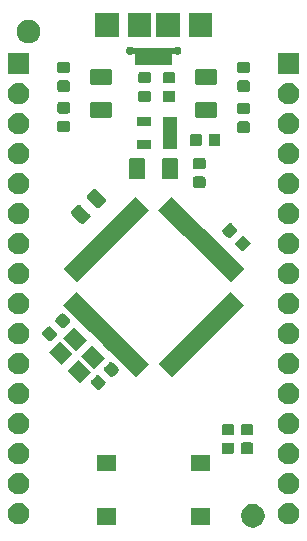
<source format=gbr>
G04 #@! TF.GenerationSoftware,KiCad,Pcbnew,(5.1.5)-3*
G04 #@! TF.CreationDate,2021-02-11T22:25:29+01:00*
G04 #@! TF.ProjectId,20210211_eduino,32303231-3032-4313-915f-656475696e6f,v1.0*
G04 #@! TF.SameCoordinates,Original*
G04 #@! TF.FileFunction,Soldermask,Top*
G04 #@! TF.FilePolarity,Negative*
%FSLAX46Y46*%
G04 Gerber Fmt 4.6, Leading zero omitted, Abs format (unit mm)*
G04 Created by KiCad (PCBNEW (5.1.5)-3) date 2021-02-11 22:25:29*
%MOMM*%
%LPD*%
G04 APERTURE LIST*
%ADD10C,0.100000*%
G04 APERTURE END LIST*
D10*
G36*
X157227290Y-130025619D02*
G01*
X157291689Y-130038429D01*
X157473678Y-130113811D01*
X157637463Y-130223249D01*
X157776751Y-130362537D01*
X157886189Y-130526322D01*
X157894832Y-130547189D01*
X157961571Y-130708312D01*
X157999450Y-130898741D01*
X158000000Y-130901509D01*
X158000000Y-131098491D01*
X157961571Y-131291689D01*
X157886189Y-131473678D01*
X157776751Y-131637463D01*
X157637463Y-131776751D01*
X157473678Y-131886189D01*
X157291689Y-131961571D01*
X157227290Y-131974381D01*
X157098493Y-132000000D01*
X156901507Y-132000000D01*
X156772710Y-131974381D01*
X156708311Y-131961571D01*
X156526322Y-131886189D01*
X156362537Y-131776751D01*
X156223249Y-131637463D01*
X156113811Y-131473678D01*
X156038429Y-131291689D01*
X156000000Y-131098491D01*
X156000000Y-130901509D01*
X156000551Y-130898741D01*
X156038429Y-130708312D01*
X156105168Y-130547189D01*
X156113811Y-130526322D01*
X156223249Y-130362537D01*
X156362537Y-130223249D01*
X156526322Y-130113811D01*
X156708311Y-130038429D01*
X156772710Y-130025619D01*
X156901507Y-130000000D01*
X157098493Y-130000000D01*
X157227290Y-130025619D01*
G37*
G36*
X153391000Y-131751000D02*
G01*
X151739000Y-131751000D01*
X151739000Y-130349000D01*
X153391000Y-130349000D01*
X153391000Y-131751000D01*
G37*
G36*
X145441000Y-131751000D02*
G01*
X143789000Y-131751000D01*
X143789000Y-130349000D01*
X145441000Y-130349000D01*
X145441000Y-131751000D01*
G37*
G36*
X137273512Y-129913927D02*
G01*
X137422812Y-129943624D01*
X137586784Y-130011544D01*
X137734354Y-130110147D01*
X137859853Y-130235646D01*
X137958456Y-130383216D01*
X138026376Y-130547188D01*
X138056073Y-130696488D01*
X138061000Y-130721258D01*
X138061000Y-130898742D01*
X138056073Y-130923512D01*
X138026376Y-131072812D01*
X137958456Y-131236784D01*
X137859853Y-131384354D01*
X137734354Y-131509853D01*
X137586784Y-131608456D01*
X137422812Y-131676376D01*
X137273512Y-131706073D01*
X137248742Y-131711000D01*
X137071258Y-131711000D01*
X137046488Y-131706073D01*
X136897188Y-131676376D01*
X136733216Y-131608456D01*
X136585646Y-131509853D01*
X136460147Y-131384354D01*
X136361544Y-131236784D01*
X136293624Y-131072812D01*
X136263927Y-130923512D01*
X136259000Y-130898742D01*
X136259000Y-130721258D01*
X136263927Y-130696488D01*
X136293624Y-130547188D01*
X136361544Y-130383216D01*
X136460147Y-130235646D01*
X136585646Y-130110147D01*
X136733216Y-130011544D01*
X136897188Y-129943624D01*
X137046488Y-129913927D01*
X137071258Y-129909000D01*
X137248742Y-129909000D01*
X137273512Y-129913927D01*
G37*
G36*
X160133512Y-129913927D02*
G01*
X160282812Y-129943624D01*
X160446784Y-130011544D01*
X160594354Y-130110147D01*
X160719853Y-130235646D01*
X160818456Y-130383216D01*
X160886376Y-130547188D01*
X160916073Y-130696488D01*
X160921000Y-130721258D01*
X160921000Y-130898742D01*
X160916073Y-130923512D01*
X160886376Y-131072812D01*
X160818456Y-131236784D01*
X160719853Y-131384354D01*
X160594354Y-131509853D01*
X160446784Y-131608456D01*
X160282812Y-131676376D01*
X160133512Y-131706073D01*
X160108742Y-131711000D01*
X159931258Y-131711000D01*
X159906488Y-131706073D01*
X159757188Y-131676376D01*
X159593216Y-131608456D01*
X159445646Y-131509853D01*
X159320147Y-131384354D01*
X159221544Y-131236784D01*
X159153624Y-131072812D01*
X159123927Y-130923512D01*
X159119000Y-130898742D01*
X159119000Y-130721258D01*
X159123927Y-130696488D01*
X159153624Y-130547188D01*
X159221544Y-130383216D01*
X159320147Y-130235646D01*
X159445646Y-130110147D01*
X159593216Y-130011544D01*
X159757188Y-129943624D01*
X159906488Y-129913927D01*
X159931258Y-129909000D01*
X160108742Y-129909000D01*
X160133512Y-129913927D01*
G37*
G36*
X160133512Y-127373927D02*
G01*
X160282812Y-127403624D01*
X160446784Y-127471544D01*
X160594354Y-127570147D01*
X160719853Y-127695646D01*
X160818456Y-127843216D01*
X160886376Y-128007188D01*
X160921000Y-128181259D01*
X160921000Y-128358741D01*
X160886376Y-128532812D01*
X160818456Y-128696784D01*
X160719853Y-128844354D01*
X160594354Y-128969853D01*
X160446784Y-129068456D01*
X160282812Y-129136376D01*
X160133512Y-129166073D01*
X160108742Y-129171000D01*
X159931258Y-129171000D01*
X159906488Y-129166073D01*
X159757188Y-129136376D01*
X159593216Y-129068456D01*
X159445646Y-128969853D01*
X159320147Y-128844354D01*
X159221544Y-128696784D01*
X159153624Y-128532812D01*
X159119000Y-128358741D01*
X159119000Y-128181259D01*
X159153624Y-128007188D01*
X159221544Y-127843216D01*
X159320147Y-127695646D01*
X159445646Y-127570147D01*
X159593216Y-127471544D01*
X159757188Y-127403624D01*
X159906488Y-127373927D01*
X159931258Y-127369000D01*
X160108742Y-127369000D01*
X160133512Y-127373927D01*
G37*
G36*
X137273512Y-127373927D02*
G01*
X137422812Y-127403624D01*
X137586784Y-127471544D01*
X137734354Y-127570147D01*
X137859853Y-127695646D01*
X137958456Y-127843216D01*
X138026376Y-128007188D01*
X138061000Y-128181259D01*
X138061000Y-128358741D01*
X138026376Y-128532812D01*
X137958456Y-128696784D01*
X137859853Y-128844354D01*
X137734354Y-128969853D01*
X137586784Y-129068456D01*
X137422812Y-129136376D01*
X137273512Y-129166073D01*
X137248742Y-129171000D01*
X137071258Y-129171000D01*
X137046488Y-129166073D01*
X136897188Y-129136376D01*
X136733216Y-129068456D01*
X136585646Y-128969853D01*
X136460147Y-128844354D01*
X136361544Y-128696784D01*
X136293624Y-128532812D01*
X136259000Y-128358741D01*
X136259000Y-128181259D01*
X136293624Y-128007188D01*
X136361544Y-127843216D01*
X136460147Y-127695646D01*
X136585646Y-127570147D01*
X136733216Y-127471544D01*
X136897188Y-127403624D01*
X137046488Y-127373927D01*
X137071258Y-127369000D01*
X137248742Y-127369000D01*
X137273512Y-127373927D01*
G37*
G36*
X153391000Y-127251000D02*
G01*
X151739000Y-127251000D01*
X151739000Y-125849000D01*
X153391000Y-125849000D01*
X153391000Y-127251000D01*
G37*
G36*
X145441000Y-127251000D02*
G01*
X143789000Y-127251000D01*
X143789000Y-125849000D01*
X145441000Y-125849000D01*
X145441000Y-127251000D01*
G37*
G36*
X160133512Y-124833927D02*
G01*
X160282812Y-124863624D01*
X160446784Y-124931544D01*
X160594354Y-125030147D01*
X160719853Y-125155646D01*
X160818456Y-125303216D01*
X160886376Y-125467188D01*
X160921000Y-125641259D01*
X160921000Y-125818741D01*
X160886376Y-125992812D01*
X160818456Y-126156784D01*
X160719853Y-126304354D01*
X160594354Y-126429853D01*
X160446784Y-126528456D01*
X160282812Y-126596376D01*
X160133512Y-126626073D01*
X160108742Y-126631000D01*
X159931258Y-126631000D01*
X159906488Y-126626073D01*
X159757188Y-126596376D01*
X159593216Y-126528456D01*
X159445646Y-126429853D01*
X159320147Y-126304354D01*
X159221544Y-126156784D01*
X159153624Y-125992812D01*
X159119000Y-125818741D01*
X159119000Y-125641259D01*
X159153624Y-125467188D01*
X159221544Y-125303216D01*
X159320147Y-125155646D01*
X159445646Y-125030147D01*
X159593216Y-124931544D01*
X159757188Y-124863624D01*
X159906488Y-124833927D01*
X159931258Y-124829000D01*
X160108742Y-124829000D01*
X160133512Y-124833927D01*
G37*
G36*
X137273512Y-124833927D02*
G01*
X137422812Y-124863624D01*
X137586784Y-124931544D01*
X137734354Y-125030147D01*
X137859853Y-125155646D01*
X137958456Y-125303216D01*
X138026376Y-125467188D01*
X138061000Y-125641259D01*
X138061000Y-125818741D01*
X138026376Y-125992812D01*
X137958456Y-126156784D01*
X137859853Y-126304354D01*
X137734354Y-126429853D01*
X137586784Y-126528456D01*
X137422812Y-126596376D01*
X137273512Y-126626073D01*
X137248742Y-126631000D01*
X137071258Y-126631000D01*
X137046488Y-126626073D01*
X136897188Y-126596376D01*
X136733216Y-126528456D01*
X136585646Y-126429853D01*
X136460147Y-126304354D01*
X136361544Y-126156784D01*
X136293624Y-125992812D01*
X136259000Y-125818741D01*
X136259000Y-125641259D01*
X136293624Y-125467188D01*
X136361544Y-125303216D01*
X136460147Y-125155646D01*
X136585646Y-125030147D01*
X136733216Y-124931544D01*
X136897188Y-124863624D01*
X137046488Y-124833927D01*
X137071258Y-124829000D01*
X137248742Y-124829000D01*
X137273512Y-124833927D01*
G37*
G36*
X155265591Y-124807585D02*
G01*
X155299569Y-124817893D01*
X155330890Y-124834634D01*
X155358339Y-124857161D01*
X155380866Y-124884610D01*
X155397607Y-124915931D01*
X155407915Y-124949909D01*
X155412000Y-124991390D01*
X155412000Y-125592610D01*
X155407915Y-125634091D01*
X155397607Y-125668069D01*
X155380866Y-125699390D01*
X155358339Y-125726839D01*
X155330890Y-125749366D01*
X155299569Y-125766107D01*
X155265591Y-125776415D01*
X155224110Y-125780500D01*
X154547890Y-125780500D01*
X154506409Y-125776415D01*
X154472431Y-125766107D01*
X154441110Y-125749366D01*
X154413661Y-125726839D01*
X154391134Y-125699390D01*
X154374393Y-125668069D01*
X154364085Y-125634091D01*
X154360000Y-125592610D01*
X154360000Y-124991390D01*
X154364085Y-124949909D01*
X154374393Y-124915931D01*
X154391134Y-124884610D01*
X154413661Y-124857161D01*
X154441110Y-124834634D01*
X154472431Y-124817893D01*
X154506409Y-124807585D01*
X154547890Y-124803500D01*
X155224110Y-124803500D01*
X155265591Y-124807585D01*
G37*
G36*
X156879591Y-124803085D02*
G01*
X156913569Y-124813393D01*
X156944890Y-124830134D01*
X156972339Y-124852661D01*
X156994866Y-124880110D01*
X157011607Y-124911431D01*
X157021915Y-124945409D01*
X157026000Y-124986890D01*
X157026000Y-125588110D01*
X157021915Y-125629591D01*
X157011607Y-125663569D01*
X156994866Y-125694890D01*
X156972339Y-125722339D01*
X156944890Y-125744866D01*
X156913569Y-125761607D01*
X156879591Y-125771915D01*
X156838110Y-125776000D01*
X156161890Y-125776000D01*
X156120409Y-125771915D01*
X156086431Y-125761607D01*
X156055110Y-125744866D01*
X156027661Y-125722339D01*
X156005134Y-125694890D01*
X155988393Y-125663569D01*
X155978085Y-125629591D01*
X155974000Y-125588110D01*
X155974000Y-124986890D01*
X155978085Y-124945409D01*
X155988393Y-124911431D01*
X156005134Y-124880110D01*
X156027661Y-124852661D01*
X156055110Y-124830134D01*
X156086431Y-124813393D01*
X156120409Y-124803085D01*
X156161890Y-124799000D01*
X156838110Y-124799000D01*
X156879591Y-124803085D01*
G37*
G36*
X155265591Y-123232585D02*
G01*
X155299569Y-123242893D01*
X155330890Y-123259634D01*
X155358339Y-123282161D01*
X155380866Y-123309610D01*
X155397607Y-123340931D01*
X155407915Y-123374909D01*
X155412000Y-123416390D01*
X155412000Y-124017610D01*
X155407915Y-124059091D01*
X155397607Y-124093069D01*
X155380866Y-124124390D01*
X155358339Y-124151839D01*
X155330890Y-124174366D01*
X155299569Y-124191107D01*
X155265591Y-124201415D01*
X155224110Y-124205500D01*
X154547890Y-124205500D01*
X154506409Y-124201415D01*
X154472431Y-124191107D01*
X154441110Y-124174366D01*
X154413661Y-124151839D01*
X154391134Y-124124390D01*
X154374393Y-124093069D01*
X154364085Y-124059091D01*
X154360000Y-124017610D01*
X154360000Y-123416390D01*
X154364085Y-123374909D01*
X154374393Y-123340931D01*
X154391134Y-123309610D01*
X154413661Y-123282161D01*
X154441110Y-123259634D01*
X154472431Y-123242893D01*
X154506409Y-123232585D01*
X154547890Y-123228500D01*
X155224110Y-123228500D01*
X155265591Y-123232585D01*
G37*
G36*
X156879591Y-123228085D02*
G01*
X156913569Y-123238393D01*
X156944890Y-123255134D01*
X156972339Y-123277661D01*
X156994866Y-123305110D01*
X157011607Y-123336431D01*
X157021915Y-123370409D01*
X157026000Y-123411890D01*
X157026000Y-124013110D01*
X157021915Y-124054591D01*
X157011607Y-124088569D01*
X156994866Y-124119890D01*
X156972339Y-124147339D01*
X156944890Y-124169866D01*
X156913569Y-124186607D01*
X156879591Y-124196915D01*
X156838110Y-124201000D01*
X156161890Y-124201000D01*
X156120409Y-124196915D01*
X156086431Y-124186607D01*
X156055110Y-124169866D01*
X156027661Y-124147339D01*
X156005134Y-124119890D01*
X155988393Y-124088569D01*
X155978085Y-124054591D01*
X155974000Y-124013110D01*
X155974000Y-123411890D01*
X155978085Y-123370409D01*
X155988393Y-123336431D01*
X156005134Y-123305110D01*
X156027661Y-123277661D01*
X156055110Y-123255134D01*
X156086431Y-123238393D01*
X156120409Y-123228085D01*
X156161890Y-123224000D01*
X156838110Y-123224000D01*
X156879591Y-123228085D01*
G37*
G36*
X137273512Y-122293927D02*
G01*
X137422812Y-122323624D01*
X137586784Y-122391544D01*
X137734354Y-122490147D01*
X137859853Y-122615646D01*
X137958456Y-122763216D01*
X138026376Y-122927188D01*
X138061000Y-123101259D01*
X138061000Y-123278741D01*
X138026376Y-123452812D01*
X137958456Y-123616784D01*
X137859853Y-123764354D01*
X137734354Y-123889853D01*
X137586784Y-123988456D01*
X137422812Y-124056376D01*
X137273512Y-124086073D01*
X137248742Y-124091000D01*
X137071258Y-124091000D01*
X137046488Y-124086073D01*
X136897188Y-124056376D01*
X136733216Y-123988456D01*
X136585646Y-123889853D01*
X136460147Y-123764354D01*
X136361544Y-123616784D01*
X136293624Y-123452812D01*
X136259000Y-123278741D01*
X136259000Y-123101259D01*
X136293624Y-122927188D01*
X136361544Y-122763216D01*
X136460147Y-122615646D01*
X136585646Y-122490147D01*
X136733216Y-122391544D01*
X136897188Y-122323624D01*
X137046488Y-122293927D01*
X137071258Y-122289000D01*
X137248742Y-122289000D01*
X137273512Y-122293927D01*
G37*
G36*
X160133512Y-122293927D02*
G01*
X160282812Y-122323624D01*
X160446784Y-122391544D01*
X160594354Y-122490147D01*
X160719853Y-122615646D01*
X160818456Y-122763216D01*
X160886376Y-122927188D01*
X160921000Y-123101259D01*
X160921000Y-123278741D01*
X160886376Y-123452812D01*
X160818456Y-123616784D01*
X160719853Y-123764354D01*
X160594354Y-123889853D01*
X160446784Y-123988456D01*
X160282812Y-124056376D01*
X160133512Y-124086073D01*
X160108742Y-124091000D01*
X159931258Y-124091000D01*
X159906488Y-124086073D01*
X159757188Y-124056376D01*
X159593216Y-123988456D01*
X159445646Y-123889853D01*
X159320147Y-123764354D01*
X159221544Y-123616784D01*
X159153624Y-123452812D01*
X159119000Y-123278741D01*
X159119000Y-123101259D01*
X159153624Y-122927188D01*
X159221544Y-122763216D01*
X159320147Y-122615646D01*
X159445646Y-122490147D01*
X159593216Y-122391544D01*
X159757188Y-122323624D01*
X159906488Y-122293927D01*
X159931258Y-122289000D01*
X160108742Y-122289000D01*
X160133512Y-122293927D01*
G37*
G36*
X160133512Y-119753927D02*
G01*
X160282812Y-119783624D01*
X160446784Y-119851544D01*
X160594354Y-119950147D01*
X160719853Y-120075646D01*
X160818456Y-120223216D01*
X160886376Y-120387188D01*
X160921000Y-120561259D01*
X160921000Y-120738741D01*
X160886376Y-120912812D01*
X160818456Y-121076784D01*
X160719853Y-121224354D01*
X160594354Y-121349853D01*
X160446784Y-121448456D01*
X160282812Y-121516376D01*
X160133512Y-121546073D01*
X160108742Y-121551000D01*
X159931258Y-121551000D01*
X159906488Y-121546073D01*
X159757188Y-121516376D01*
X159593216Y-121448456D01*
X159445646Y-121349853D01*
X159320147Y-121224354D01*
X159221544Y-121076784D01*
X159153624Y-120912812D01*
X159119000Y-120738741D01*
X159119000Y-120561259D01*
X159153624Y-120387188D01*
X159221544Y-120223216D01*
X159320147Y-120075646D01*
X159445646Y-119950147D01*
X159593216Y-119851544D01*
X159757188Y-119783624D01*
X159906488Y-119753927D01*
X159931258Y-119749000D01*
X160108742Y-119749000D01*
X160133512Y-119753927D01*
G37*
G36*
X137273512Y-119753927D02*
G01*
X137422812Y-119783624D01*
X137586784Y-119851544D01*
X137734354Y-119950147D01*
X137859853Y-120075646D01*
X137958456Y-120223216D01*
X138026376Y-120387188D01*
X138061000Y-120561259D01*
X138061000Y-120738741D01*
X138026376Y-120912812D01*
X137958456Y-121076784D01*
X137859853Y-121224354D01*
X137734354Y-121349853D01*
X137586784Y-121448456D01*
X137422812Y-121516376D01*
X137273512Y-121546073D01*
X137248742Y-121551000D01*
X137071258Y-121551000D01*
X137046488Y-121546073D01*
X136897188Y-121516376D01*
X136733216Y-121448456D01*
X136585646Y-121349853D01*
X136460147Y-121224354D01*
X136361544Y-121076784D01*
X136293624Y-120912812D01*
X136259000Y-120738741D01*
X136259000Y-120561259D01*
X136293624Y-120387188D01*
X136361544Y-120223216D01*
X136460147Y-120075646D01*
X136585646Y-119950147D01*
X136733216Y-119851544D01*
X136897188Y-119783624D01*
X137046488Y-119753927D01*
X137071258Y-119749000D01*
X137248742Y-119749000D01*
X137273512Y-119753927D01*
G37*
G36*
X143901977Y-119068855D02*
G01*
X143935955Y-119079163D01*
X143967276Y-119095904D01*
X143999490Y-119122342D01*
X144039341Y-119162193D01*
X144039347Y-119162198D01*
X144437802Y-119560653D01*
X144437807Y-119560659D01*
X144477658Y-119600510D01*
X144504096Y-119632724D01*
X144520837Y-119664045D01*
X144531145Y-119698023D01*
X144534625Y-119733364D01*
X144531145Y-119768705D01*
X144520837Y-119802683D01*
X144504096Y-119834004D01*
X144477658Y-119866218D01*
X144437807Y-119906069D01*
X144437802Y-119906075D01*
X144092381Y-120251496D01*
X144092375Y-120251501D01*
X144052524Y-120291352D01*
X144020310Y-120317790D01*
X143988989Y-120334531D01*
X143955011Y-120344839D01*
X143919670Y-120348319D01*
X143884329Y-120344839D01*
X143850351Y-120334531D01*
X143819030Y-120317790D01*
X143786816Y-120291352D01*
X143746965Y-120251501D01*
X143746959Y-120251496D01*
X143348504Y-119853041D01*
X143348499Y-119853035D01*
X143308648Y-119813184D01*
X143282210Y-119780970D01*
X143265469Y-119749649D01*
X143255161Y-119715671D01*
X143251681Y-119680330D01*
X143255161Y-119644989D01*
X143265469Y-119611011D01*
X143282210Y-119579690D01*
X143308648Y-119547476D01*
X143348499Y-119507625D01*
X143348504Y-119507619D01*
X143693925Y-119162198D01*
X143693931Y-119162193D01*
X143733782Y-119122342D01*
X143765996Y-119095904D01*
X143797317Y-119079163D01*
X143831295Y-119068855D01*
X143866636Y-119065375D01*
X143901977Y-119068855D01*
G37*
G36*
X143268141Y-118849569D02*
G01*
X142347488Y-119770222D01*
X141285413Y-118708147D01*
X142206066Y-117787494D01*
X143268141Y-118849569D01*
G37*
G36*
X156255845Y-113170958D02*
G01*
X155706424Y-113720379D01*
X155140738Y-114286064D01*
X154647177Y-114779626D01*
X151746626Y-117680177D01*
X151180940Y-118245862D01*
X150687379Y-118739424D01*
X150137958Y-119288845D01*
X149005173Y-118156060D01*
X149466206Y-117695027D01*
X149482471Y-117678763D01*
X149482480Y-117678752D01*
X150685954Y-116475278D01*
X150685965Y-116475269D01*
X150702230Y-116459005D01*
X150702229Y-116459004D01*
X151163262Y-115997971D01*
X151163263Y-115997972D01*
X151179527Y-115981707D01*
X151179536Y-115981696D01*
X151817325Y-115343907D01*
X151817336Y-115343898D01*
X151833601Y-115327634D01*
X151833600Y-115327633D01*
X152294633Y-114866600D01*
X152294634Y-114866601D01*
X152310898Y-114850336D01*
X152310907Y-114850325D01*
X152948696Y-114212536D01*
X152948707Y-114212527D01*
X152964972Y-114196263D01*
X152964971Y-114196262D01*
X153426004Y-113735229D01*
X153426005Y-113735230D01*
X153442269Y-113718965D01*
X153442278Y-113718954D01*
X154645752Y-112515480D01*
X154645763Y-112515471D01*
X154662027Y-112499206D01*
X155123060Y-112038173D01*
X156255845Y-113170958D01*
G37*
G36*
X142554238Y-112515471D02*
G01*
X142554244Y-112515476D01*
X143757727Y-113718959D01*
X143757732Y-113718965D01*
X144251294Y-114212527D01*
X144251300Y-114212532D01*
X144889098Y-114850330D01*
X144889103Y-114850336D01*
X145382665Y-115343898D01*
X145382671Y-115343903D01*
X146020469Y-115981701D01*
X146020474Y-115981707D01*
X146514036Y-116475269D01*
X146514042Y-116475274D01*
X147717525Y-117678757D01*
X147717530Y-117678763D01*
X148194827Y-118156060D01*
X147062042Y-119288845D01*
X146512627Y-118739430D01*
X146512622Y-118739424D01*
X145453375Y-117680177D01*
X145453369Y-117680172D01*
X144815571Y-117042374D01*
X144815566Y-117042368D01*
X144322004Y-116548806D01*
X144321998Y-116548801D01*
X143684200Y-115911003D01*
X143684195Y-115910997D01*
X143190633Y-115417435D01*
X143190627Y-115417430D01*
X142552829Y-114779632D01*
X142552824Y-114779626D01*
X141493577Y-113720379D01*
X141493571Y-113720374D01*
X140944155Y-113170958D01*
X142076940Y-112038173D01*
X142554238Y-112515471D01*
G37*
G36*
X145015671Y-117955161D02*
G01*
X145049649Y-117965469D01*
X145080970Y-117982210D01*
X145113184Y-118008648D01*
X145153035Y-118048499D01*
X145153041Y-118048504D01*
X145551496Y-118446959D01*
X145551501Y-118446965D01*
X145591352Y-118486816D01*
X145617790Y-118519030D01*
X145634531Y-118550351D01*
X145644839Y-118584329D01*
X145648319Y-118619670D01*
X145644839Y-118655011D01*
X145634531Y-118688989D01*
X145617790Y-118720310D01*
X145591352Y-118752524D01*
X145551501Y-118792375D01*
X145551496Y-118792381D01*
X145206075Y-119137802D01*
X145206069Y-119137807D01*
X145166218Y-119177658D01*
X145134004Y-119204096D01*
X145102683Y-119220837D01*
X145068705Y-119231145D01*
X145033364Y-119234625D01*
X144998023Y-119231145D01*
X144964045Y-119220837D01*
X144932724Y-119204096D01*
X144900510Y-119177658D01*
X144860659Y-119137807D01*
X144860653Y-119137802D01*
X144462198Y-118739347D01*
X144462193Y-118739341D01*
X144422342Y-118699490D01*
X144395904Y-118667276D01*
X144379163Y-118635955D01*
X144368855Y-118601977D01*
X144365375Y-118566636D01*
X144368855Y-118531295D01*
X144379163Y-118497317D01*
X144395904Y-118465996D01*
X144422342Y-118433782D01*
X144462193Y-118393931D01*
X144462198Y-118393925D01*
X144807619Y-118048504D01*
X144807625Y-118048499D01*
X144847476Y-118008648D01*
X144879690Y-117982210D01*
X144911011Y-117965469D01*
X144944989Y-117955161D01*
X144980330Y-117951681D01*
X145015671Y-117955161D01*
G37*
G36*
X160133512Y-117213927D02*
G01*
X160282812Y-117243624D01*
X160446784Y-117311544D01*
X160594354Y-117410147D01*
X160719853Y-117535646D01*
X160818456Y-117683216D01*
X160886376Y-117847188D01*
X160913123Y-117981658D01*
X160920378Y-118018129D01*
X160921000Y-118021259D01*
X160921000Y-118198741D01*
X160886376Y-118372812D01*
X160818456Y-118536784D01*
X160719853Y-118684354D01*
X160594354Y-118809853D01*
X160446784Y-118908456D01*
X160282812Y-118976376D01*
X160133512Y-119006073D01*
X160108742Y-119011000D01*
X159931258Y-119011000D01*
X159906488Y-119006073D01*
X159757188Y-118976376D01*
X159593216Y-118908456D01*
X159445646Y-118809853D01*
X159320147Y-118684354D01*
X159221544Y-118536784D01*
X159153624Y-118372812D01*
X159119000Y-118198741D01*
X159119000Y-118021259D01*
X159119623Y-118018129D01*
X159126877Y-117981658D01*
X159153624Y-117847188D01*
X159221544Y-117683216D01*
X159320147Y-117535646D01*
X159445646Y-117410147D01*
X159593216Y-117311544D01*
X159757188Y-117243624D01*
X159906488Y-117213927D01*
X159931258Y-117209000D01*
X160108742Y-117209000D01*
X160133512Y-117213927D01*
G37*
G36*
X137273512Y-117213927D02*
G01*
X137422812Y-117243624D01*
X137586784Y-117311544D01*
X137734354Y-117410147D01*
X137859853Y-117535646D01*
X137958456Y-117683216D01*
X138026376Y-117847188D01*
X138053123Y-117981658D01*
X138060378Y-118018129D01*
X138061000Y-118021259D01*
X138061000Y-118198741D01*
X138026376Y-118372812D01*
X137958456Y-118536784D01*
X137859853Y-118684354D01*
X137734354Y-118809853D01*
X137586784Y-118908456D01*
X137422812Y-118976376D01*
X137273512Y-119006073D01*
X137248742Y-119011000D01*
X137071258Y-119011000D01*
X137046488Y-119006073D01*
X136897188Y-118976376D01*
X136733216Y-118908456D01*
X136585646Y-118809853D01*
X136460147Y-118684354D01*
X136361544Y-118536784D01*
X136293624Y-118372812D01*
X136259000Y-118198741D01*
X136259000Y-118021259D01*
X136259623Y-118018129D01*
X136266877Y-117981658D01*
X136293624Y-117847188D01*
X136361544Y-117683216D01*
X136460147Y-117535646D01*
X136585646Y-117410147D01*
X136733216Y-117311544D01*
X136897188Y-117243624D01*
X137046488Y-117213927D01*
X137071258Y-117209000D01*
X137248742Y-117209000D01*
X137273512Y-117213927D01*
G37*
G36*
X144470222Y-117647488D02*
G01*
X143549569Y-118568141D01*
X142487494Y-117506066D01*
X143408147Y-116585413D01*
X144470222Y-117647488D01*
G37*
G36*
X141712506Y-117293934D02*
G01*
X140791853Y-118214587D01*
X139729778Y-117152512D01*
X140650431Y-116231859D01*
X141712506Y-117293934D01*
G37*
G36*
X142914587Y-116091853D02*
G01*
X141993934Y-117012506D01*
X140931859Y-115950431D01*
X141852512Y-115029778D01*
X142914587Y-116091853D01*
G37*
G36*
X160133512Y-114673927D02*
G01*
X160282812Y-114703624D01*
X160446784Y-114771544D01*
X160594354Y-114870147D01*
X160719853Y-114995646D01*
X160818456Y-115143216D01*
X160886376Y-115307188D01*
X160906352Y-115407619D01*
X160921000Y-115481258D01*
X160921000Y-115658742D01*
X160916570Y-115681015D01*
X160886376Y-115832812D01*
X160818456Y-115996784D01*
X160719853Y-116144354D01*
X160594354Y-116269853D01*
X160446784Y-116368456D01*
X160282812Y-116436376D01*
X160133512Y-116466073D01*
X160108742Y-116471000D01*
X159931258Y-116471000D01*
X159906488Y-116466073D01*
X159757188Y-116436376D01*
X159593216Y-116368456D01*
X159445646Y-116269853D01*
X159320147Y-116144354D01*
X159221544Y-115996784D01*
X159153624Y-115832812D01*
X159123430Y-115681015D01*
X159119000Y-115658742D01*
X159119000Y-115481258D01*
X159133648Y-115407619D01*
X159153624Y-115307188D01*
X159221544Y-115143216D01*
X159320147Y-114995646D01*
X159445646Y-114870147D01*
X159593216Y-114771544D01*
X159757188Y-114703624D01*
X159906488Y-114673927D01*
X159931258Y-114669000D01*
X160108742Y-114669000D01*
X160133512Y-114673927D01*
G37*
G36*
X137273512Y-114673927D02*
G01*
X137422812Y-114703624D01*
X137586784Y-114771544D01*
X137734354Y-114870147D01*
X137859853Y-114995646D01*
X137958456Y-115143216D01*
X138026376Y-115307188D01*
X138046352Y-115407619D01*
X138061000Y-115481258D01*
X138061000Y-115658742D01*
X138056570Y-115681015D01*
X138026376Y-115832812D01*
X137958456Y-115996784D01*
X137859853Y-116144354D01*
X137734354Y-116269853D01*
X137586784Y-116368456D01*
X137422812Y-116436376D01*
X137273512Y-116466073D01*
X137248742Y-116471000D01*
X137071258Y-116471000D01*
X137046488Y-116466073D01*
X136897188Y-116436376D01*
X136733216Y-116368456D01*
X136585646Y-116269853D01*
X136460147Y-116144354D01*
X136361544Y-115996784D01*
X136293624Y-115832812D01*
X136263430Y-115681015D01*
X136259000Y-115658742D01*
X136259000Y-115481258D01*
X136273648Y-115407619D01*
X136293624Y-115307188D01*
X136361544Y-115143216D01*
X136460147Y-114995646D01*
X136585646Y-114870147D01*
X136733216Y-114771544D01*
X136897188Y-114703624D01*
X137046488Y-114673927D01*
X137071258Y-114669000D01*
X137248742Y-114669000D01*
X137273512Y-114673927D01*
G37*
G36*
X139801977Y-114968855D02*
G01*
X139835955Y-114979163D01*
X139867276Y-114995904D01*
X139899490Y-115022342D01*
X139939341Y-115062193D01*
X139939347Y-115062198D01*
X140337802Y-115460653D01*
X140337807Y-115460659D01*
X140377658Y-115500510D01*
X140404096Y-115532724D01*
X140420837Y-115564045D01*
X140431145Y-115598023D01*
X140434625Y-115633364D01*
X140431145Y-115668705D01*
X140420837Y-115702683D01*
X140404096Y-115734004D01*
X140377658Y-115766218D01*
X140337807Y-115806069D01*
X140337802Y-115806075D01*
X139992381Y-116151496D01*
X139992375Y-116151501D01*
X139952524Y-116191352D01*
X139920310Y-116217790D01*
X139888989Y-116234531D01*
X139855011Y-116244839D01*
X139819670Y-116248319D01*
X139784329Y-116244839D01*
X139750351Y-116234531D01*
X139719030Y-116217790D01*
X139686816Y-116191352D01*
X139646965Y-116151501D01*
X139646959Y-116151496D01*
X139248504Y-115753041D01*
X139248499Y-115753035D01*
X139208648Y-115713184D01*
X139182210Y-115680970D01*
X139165469Y-115649649D01*
X139155161Y-115615671D01*
X139151681Y-115580330D01*
X139155161Y-115544989D01*
X139165469Y-115511011D01*
X139182210Y-115479690D01*
X139208648Y-115447476D01*
X139248499Y-115407625D01*
X139248504Y-115407619D01*
X139593925Y-115062198D01*
X139593931Y-115062193D01*
X139633782Y-115022342D01*
X139665996Y-114995904D01*
X139697317Y-114979163D01*
X139731295Y-114968855D01*
X139766636Y-114965375D01*
X139801977Y-114968855D01*
G37*
G36*
X140915671Y-113855161D02*
G01*
X140949649Y-113865469D01*
X140980970Y-113882210D01*
X141013184Y-113908648D01*
X141053035Y-113948499D01*
X141053041Y-113948504D01*
X141451496Y-114346959D01*
X141451501Y-114346965D01*
X141491352Y-114386816D01*
X141517790Y-114419030D01*
X141534531Y-114450351D01*
X141544839Y-114484329D01*
X141548319Y-114519670D01*
X141544839Y-114555011D01*
X141534531Y-114588989D01*
X141517790Y-114620310D01*
X141491352Y-114652524D01*
X141451501Y-114692375D01*
X141451496Y-114692381D01*
X141106075Y-115037802D01*
X141106069Y-115037807D01*
X141066218Y-115077658D01*
X141034004Y-115104096D01*
X141002683Y-115120837D01*
X140968705Y-115131145D01*
X140933364Y-115134625D01*
X140898023Y-115131145D01*
X140864045Y-115120837D01*
X140832724Y-115104096D01*
X140800510Y-115077658D01*
X140760659Y-115037807D01*
X140760653Y-115037802D01*
X140362198Y-114639347D01*
X140362193Y-114639341D01*
X140322342Y-114599490D01*
X140295904Y-114567276D01*
X140279163Y-114535955D01*
X140268855Y-114501977D01*
X140265375Y-114466636D01*
X140268855Y-114431295D01*
X140279163Y-114397317D01*
X140295904Y-114365996D01*
X140322342Y-114333782D01*
X140362193Y-114293931D01*
X140362198Y-114293925D01*
X140707619Y-113948504D01*
X140707625Y-113948499D01*
X140747476Y-113908648D01*
X140779690Y-113882210D01*
X140811011Y-113865469D01*
X140844989Y-113855161D01*
X140880330Y-113851681D01*
X140915671Y-113855161D01*
G37*
G36*
X160133512Y-112133927D02*
G01*
X160282812Y-112163624D01*
X160446784Y-112231544D01*
X160594354Y-112330147D01*
X160719853Y-112455646D01*
X160818456Y-112603216D01*
X160886376Y-112767188D01*
X160921000Y-112941259D01*
X160921000Y-113118741D01*
X160886376Y-113292812D01*
X160818456Y-113456784D01*
X160719853Y-113604354D01*
X160594354Y-113729853D01*
X160446784Y-113828456D01*
X160282812Y-113896376D01*
X160133512Y-113926073D01*
X160108742Y-113931000D01*
X159931258Y-113931000D01*
X159906488Y-113926073D01*
X159757188Y-113896376D01*
X159593216Y-113828456D01*
X159445646Y-113729853D01*
X159320147Y-113604354D01*
X159221544Y-113456784D01*
X159153624Y-113292812D01*
X159119000Y-113118741D01*
X159119000Y-112941259D01*
X159153624Y-112767188D01*
X159221544Y-112603216D01*
X159320147Y-112455646D01*
X159445646Y-112330147D01*
X159593216Y-112231544D01*
X159757188Y-112163624D01*
X159906488Y-112133927D01*
X159931258Y-112129000D01*
X160108742Y-112129000D01*
X160133512Y-112133927D01*
G37*
G36*
X137273512Y-112133927D02*
G01*
X137422812Y-112163624D01*
X137586784Y-112231544D01*
X137734354Y-112330147D01*
X137859853Y-112455646D01*
X137958456Y-112603216D01*
X138026376Y-112767188D01*
X138061000Y-112941259D01*
X138061000Y-113118741D01*
X138026376Y-113292812D01*
X137958456Y-113456784D01*
X137859853Y-113604354D01*
X137734354Y-113729853D01*
X137586784Y-113828456D01*
X137422812Y-113896376D01*
X137273512Y-113926073D01*
X137248742Y-113931000D01*
X137071258Y-113931000D01*
X137046488Y-113926073D01*
X136897188Y-113896376D01*
X136733216Y-113828456D01*
X136585646Y-113729853D01*
X136460147Y-113604354D01*
X136361544Y-113456784D01*
X136293624Y-113292812D01*
X136259000Y-113118741D01*
X136259000Y-112941259D01*
X136293624Y-112767188D01*
X136361544Y-112603216D01*
X136460147Y-112455646D01*
X136585646Y-112330147D01*
X136733216Y-112231544D01*
X136897188Y-112163624D01*
X137046488Y-112133927D01*
X137071258Y-112129000D01*
X137248742Y-112129000D01*
X137273512Y-112133927D01*
G37*
G36*
X160133512Y-109593927D02*
G01*
X160282812Y-109623624D01*
X160446784Y-109691544D01*
X160594354Y-109790147D01*
X160719853Y-109915646D01*
X160818456Y-110063216D01*
X160886376Y-110227188D01*
X160921000Y-110401259D01*
X160921000Y-110578741D01*
X160886376Y-110752812D01*
X160818456Y-110916784D01*
X160719853Y-111064354D01*
X160594354Y-111189853D01*
X160446784Y-111288456D01*
X160282812Y-111356376D01*
X160133512Y-111386073D01*
X160108742Y-111391000D01*
X159931258Y-111391000D01*
X159906488Y-111386073D01*
X159757188Y-111356376D01*
X159593216Y-111288456D01*
X159445646Y-111189853D01*
X159320147Y-111064354D01*
X159221544Y-110916784D01*
X159153624Y-110752812D01*
X159119000Y-110578741D01*
X159119000Y-110401259D01*
X159153624Y-110227188D01*
X159221544Y-110063216D01*
X159320147Y-109915646D01*
X159445646Y-109790147D01*
X159593216Y-109691544D01*
X159757188Y-109623624D01*
X159906488Y-109593927D01*
X159931258Y-109589000D01*
X160108742Y-109589000D01*
X160133512Y-109593927D01*
G37*
G36*
X137273512Y-109593927D02*
G01*
X137422812Y-109623624D01*
X137586784Y-109691544D01*
X137734354Y-109790147D01*
X137859853Y-109915646D01*
X137958456Y-110063216D01*
X138026376Y-110227188D01*
X138061000Y-110401259D01*
X138061000Y-110578741D01*
X138026376Y-110752812D01*
X137958456Y-110916784D01*
X137859853Y-111064354D01*
X137734354Y-111189853D01*
X137586784Y-111288456D01*
X137422812Y-111356376D01*
X137273512Y-111386073D01*
X137248742Y-111391000D01*
X137071258Y-111391000D01*
X137046488Y-111386073D01*
X136897188Y-111356376D01*
X136733216Y-111288456D01*
X136585646Y-111189853D01*
X136460147Y-111064354D01*
X136361544Y-110916784D01*
X136293624Y-110752812D01*
X136259000Y-110578741D01*
X136259000Y-110401259D01*
X136293624Y-110227188D01*
X136361544Y-110063216D01*
X136460147Y-109915646D01*
X136585646Y-109790147D01*
X136733216Y-109691544D01*
X136897188Y-109623624D01*
X137046488Y-109593927D01*
X137071258Y-109589000D01*
X137248742Y-109589000D01*
X137273512Y-109593927D01*
G37*
G36*
X150687374Y-104526571D02*
G01*
X150687379Y-104526577D01*
X151746626Y-105585824D01*
X151746632Y-105585829D01*
X152384430Y-106223627D01*
X152384435Y-106223633D01*
X152877997Y-106717195D01*
X152878003Y-106717200D01*
X153515801Y-107354998D01*
X153515806Y-107355004D01*
X154009368Y-107848566D01*
X154009374Y-107848571D01*
X154647172Y-108486369D01*
X154647177Y-108486375D01*
X155706424Y-109545622D01*
X155706430Y-109545627D01*
X156255845Y-110095042D01*
X155123060Y-111227827D01*
X154645763Y-110750530D01*
X154645757Y-110750525D01*
X153442274Y-109547042D01*
X153442269Y-109547036D01*
X152948707Y-109053474D01*
X152948701Y-109053469D01*
X152310903Y-108415671D01*
X152310898Y-108415665D01*
X151817336Y-107922103D01*
X151817330Y-107922098D01*
X151179532Y-107284300D01*
X151179527Y-107284294D01*
X150685965Y-106790732D01*
X150685959Y-106790727D01*
X149482476Y-105587244D01*
X149482471Y-105587238D01*
X149005173Y-105109940D01*
X150137958Y-103977155D01*
X150687374Y-104526571D01*
G37*
G36*
X148194827Y-105109940D02*
G01*
X147717530Y-105587238D01*
X142554238Y-110750530D01*
X142076940Y-111227827D01*
X140944155Y-110095042D01*
X141493566Y-109545631D01*
X141493577Y-109545622D01*
X141509841Y-109529357D01*
X142536559Y-108502639D01*
X142552824Y-108486375D01*
X142552833Y-108486364D01*
X143190622Y-107848575D01*
X143190633Y-107848566D01*
X143206898Y-107832302D01*
X143206897Y-107832301D01*
X143667930Y-107371268D01*
X143667931Y-107371269D01*
X143684195Y-107355004D01*
X143684204Y-107354993D01*
X144321993Y-106717204D01*
X144322004Y-106717195D01*
X144338269Y-106700931D01*
X144338268Y-106700930D01*
X144799301Y-106239897D01*
X144799302Y-106239898D01*
X144815566Y-106223633D01*
X144815575Y-106223622D01*
X145453364Y-105585833D01*
X145453375Y-105585824D01*
X145469639Y-105569559D01*
X146496357Y-104542841D01*
X146512622Y-104526577D01*
X146512631Y-104526566D01*
X147062042Y-103977155D01*
X148194827Y-105109940D01*
G37*
G36*
X160133512Y-107053927D02*
G01*
X160282812Y-107083624D01*
X160446784Y-107151544D01*
X160594354Y-107250147D01*
X160719853Y-107375646D01*
X160818456Y-107523216D01*
X160886376Y-107687188D01*
X160921000Y-107861259D01*
X160921000Y-108038741D01*
X160886376Y-108212812D01*
X160818456Y-108376784D01*
X160719853Y-108524354D01*
X160594354Y-108649853D01*
X160446784Y-108748456D01*
X160282812Y-108816376D01*
X160133512Y-108846073D01*
X160108742Y-108851000D01*
X159931258Y-108851000D01*
X159906488Y-108846073D01*
X159757188Y-108816376D01*
X159593216Y-108748456D01*
X159445646Y-108649853D01*
X159320147Y-108524354D01*
X159221544Y-108376784D01*
X159153624Y-108212812D01*
X159119000Y-108038741D01*
X159119000Y-107861259D01*
X159153624Y-107687188D01*
X159221544Y-107523216D01*
X159320147Y-107375646D01*
X159445646Y-107250147D01*
X159593216Y-107151544D01*
X159757188Y-107083624D01*
X159906488Y-107053927D01*
X159931258Y-107049000D01*
X160108742Y-107049000D01*
X160133512Y-107053927D01*
G37*
G36*
X137273512Y-107053927D02*
G01*
X137422812Y-107083624D01*
X137586784Y-107151544D01*
X137734354Y-107250147D01*
X137859853Y-107375646D01*
X137958456Y-107523216D01*
X138026376Y-107687188D01*
X138061000Y-107861259D01*
X138061000Y-108038741D01*
X138026376Y-108212812D01*
X137958456Y-108376784D01*
X137859853Y-108524354D01*
X137734354Y-108649853D01*
X137586784Y-108748456D01*
X137422812Y-108816376D01*
X137273512Y-108846073D01*
X137248742Y-108851000D01*
X137071258Y-108851000D01*
X137046488Y-108846073D01*
X136897188Y-108816376D01*
X136733216Y-108748456D01*
X136585646Y-108649853D01*
X136460147Y-108524354D01*
X136361544Y-108376784D01*
X136293624Y-108212812D01*
X136259000Y-108038741D01*
X136259000Y-107861259D01*
X136293624Y-107687188D01*
X136361544Y-107523216D01*
X136460147Y-107375646D01*
X136585646Y-107250147D01*
X136733216Y-107151544D01*
X136897188Y-107083624D01*
X137046488Y-107053927D01*
X137071258Y-107049000D01*
X137248742Y-107049000D01*
X137273512Y-107053927D01*
G37*
G36*
X156218705Y-107318855D02*
G01*
X156252683Y-107329163D01*
X156284004Y-107345904D01*
X156316218Y-107372342D01*
X156356069Y-107412193D01*
X156356075Y-107412198D01*
X156701496Y-107757619D01*
X156701501Y-107757625D01*
X156741352Y-107797476D01*
X156767790Y-107829690D01*
X156784531Y-107861011D01*
X156794839Y-107894989D01*
X156798319Y-107930330D01*
X156794839Y-107965671D01*
X156784531Y-107999649D01*
X156767790Y-108030970D01*
X156741352Y-108063184D01*
X156701501Y-108103035D01*
X156701496Y-108103041D01*
X156303041Y-108501496D01*
X156303035Y-108501501D01*
X156263184Y-108541352D01*
X156230970Y-108567790D01*
X156199649Y-108584531D01*
X156165671Y-108594839D01*
X156130330Y-108598319D01*
X156094989Y-108594839D01*
X156061011Y-108584531D01*
X156029690Y-108567790D01*
X155997476Y-108541352D01*
X155957625Y-108501501D01*
X155957619Y-108501496D01*
X155612198Y-108156075D01*
X155612193Y-108156069D01*
X155572342Y-108116218D01*
X155545904Y-108084004D01*
X155529163Y-108052683D01*
X155518855Y-108018705D01*
X155515375Y-107983364D01*
X155518855Y-107948023D01*
X155529163Y-107914045D01*
X155545904Y-107882724D01*
X155572342Y-107850510D01*
X155612193Y-107810659D01*
X155612198Y-107810653D01*
X156010653Y-107412198D01*
X156010659Y-107412193D01*
X156050510Y-107372342D01*
X156082724Y-107345904D01*
X156114045Y-107329163D01*
X156148023Y-107318855D01*
X156183364Y-107315375D01*
X156218705Y-107318855D01*
G37*
G36*
X155105011Y-106205161D02*
G01*
X155138989Y-106215469D01*
X155170310Y-106232210D01*
X155202524Y-106258648D01*
X155242375Y-106298499D01*
X155242381Y-106298504D01*
X155587802Y-106643925D01*
X155587807Y-106643931D01*
X155627658Y-106683782D01*
X155654096Y-106715996D01*
X155670837Y-106747317D01*
X155681145Y-106781295D01*
X155684625Y-106816636D01*
X155681145Y-106851977D01*
X155670837Y-106885955D01*
X155654096Y-106917276D01*
X155627658Y-106949490D01*
X155587807Y-106989341D01*
X155587802Y-106989347D01*
X155189347Y-107387802D01*
X155189341Y-107387807D01*
X155149490Y-107427658D01*
X155117276Y-107454096D01*
X155085955Y-107470837D01*
X155051977Y-107481145D01*
X155016636Y-107484625D01*
X154981295Y-107481145D01*
X154947317Y-107470837D01*
X154915996Y-107454096D01*
X154883782Y-107427658D01*
X154843931Y-107387807D01*
X154843925Y-107387802D01*
X154498504Y-107042381D01*
X154498499Y-107042375D01*
X154458648Y-107002524D01*
X154432210Y-106970310D01*
X154415469Y-106938989D01*
X154405161Y-106905011D01*
X154401681Y-106869670D01*
X154405161Y-106834329D01*
X154415469Y-106800351D01*
X154432210Y-106769030D01*
X154458648Y-106736816D01*
X154498499Y-106696965D01*
X154498504Y-106696959D01*
X154896959Y-106298504D01*
X154896965Y-106298499D01*
X154936816Y-106258648D01*
X154969030Y-106232210D01*
X155000351Y-106215469D01*
X155034329Y-106205161D01*
X155069670Y-106201681D01*
X155105011Y-106205161D01*
G37*
G36*
X137273512Y-104513927D02*
G01*
X137422812Y-104543624D01*
X137586784Y-104611544D01*
X137734354Y-104710147D01*
X137859853Y-104835646D01*
X137958456Y-104983216D01*
X138026376Y-105147188D01*
X138061000Y-105321259D01*
X138061000Y-105498741D01*
X138026376Y-105672812D01*
X137958456Y-105836784D01*
X137859853Y-105984354D01*
X137734354Y-106109853D01*
X137586784Y-106208456D01*
X137422812Y-106276376D01*
X137273512Y-106306073D01*
X137248742Y-106311000D01*
X137071258Y-106311000D01*
X137046488Y-106306073D01*
X136897188Y-106276376D01*
X136733216Y-106208456D01*
X136585646Y-106109853D01*
X136460147Y-105984354D01*
X136361544Y-105836784D01*
X136293624Y-105672812D01*
X136259000Y-105498741D01*
X136259000Y-105321259D01*
X136293624Y-105147188D01*
X136361544Y-104983216D01*
X136460147Y-104835646D01*
X136585646Y-104710147D01*
X136733216Y-104611544D01*
X136897188Y-104543624D01*
X137046488Y-104513927D01*
X137071258Y-104509000D01*
X137248742Y-104509000D01*
X137273512Y-104513927D01*
G37*
G36*
X160133512Y-104513927D02*
G01*
X160282812Y-104543624D01*
X160446784Y-104611544D01*
X160594354Y-104710147D01*
X160719853Y-104835646D01*
X160818456Y-104983216D01*
X160886376Y-105147188D01*
X160921000Y-105321259D01*
X160921000Y-105498741D01*
X160886376Y-105672812D01*
X160818456Y-105836784D01*
X160719853Y-105984354D01*
X160594354Y-106109853D01*
X160446784Y-106208456D01*
X160282812Y-106276376D01*
X160133512Y-106306073D01*
X160108742Y-106311000D01*
X159931258Y-106311000D01*
X159906488Y-106306073D01*
X159757188Y-106276376D01*
X159593216Y-106208456D01*
X159445646Y-106109853D01*
X159320147Y-105984354D01*
X159221544Y-105836784D01*
X159153624Y-105672812D01*
X159119000Y-105498741D01*
X159119000Y-105321259D01*
X159153624Y-105147188D01*
X159221544Y-104983216D01*
X159320147Y-104835646D01*
X159445646Y-104710147D01*
X159593216Y-104611544D01*
X159757188Y-104543624D01*
X159906488Y-104513927D01*
X159931258Y-104509000D01*
X160108742Y-104509000D01*
X160133512Y-104513927D01*
G37*
G36*
X142320458Y-104651889D02*
G01*
X142359128Y-104663620D01*
X142394767Y-104682670D01*
X142430773Y-104712219D01*
X142470623Y-104752069D01*
X142470629Y-104752074D01*
X143151926Y-105433371D01*
X143151931Y-105433377D01*
X143191781Y-105473227D01*
X143221330Y-105509233D01*
X143240380Y-105544872D01*
X143252111Y-105583542D01*
X143256071Y-105623760D01*
X143252111Y-105663978D01*
X143240380Y-105702648D01*
X143221330Y-105738287D01*
X143191781Y-105774293D01*
X143151931Y-105814143D01*
X143151926Y-105814149D01*
X142771149Y-106194926D01*
X142771143Y-106194931D01*
X142731293Y-106234781D01*
X142695287Y-106264330D01*
X142659648Y-106283380D01*
X142620978Y-106295111D01*
X142580760Y-106299071D01*
X142540542Y-106295111D01*
X142501872Y-106283380D01*
X142466233Y-106264330D01*
X142430227Y-106234781D01*
X142390377Y-106194931D01*
X142390371Y-106194926D01*
X141709074Y-105513629D01*
X141709069Y-105513623D01*
X141669219Y-105473773D01*
X141639670Y-105437767D01*
X141620620Y-105402128D01*
X141608889Y-105363458D01*
X141604929Y-105323240D01*
X141608889Y-105283022D01*
X141620620Y-105244352D01*
X141639670Y-105208713D01*
X141669219Y-105172707D01*
X141709069Y-105132857D01*
X141709074Y-105132851D01*
X142089851Y-104752074D01*
X142089857Y-104752069D01*
X142129707Y-104712219D01*
X142165713Y-104682670D01*
X142201352Y-104663620D01*
X142240022Y-104651889D01*
X142280240Y-104647929D01*
X142320458Y-104651889D01*
G37*
G36*
X143646284Y-103326063D02*
G01*
X143684954Y-103337794D01*
X143720593Y-103356844D01*
X143756599Y-103386393D01*
X143796449Y-103426243D01*
X143796455Y-103426248D01*
X144477752Y-104107545D01*
X144477757Y-104107551D01*
X144517607Y-104147401D01*
X144547156Y-104183407D01*
X144566206Y-104219046D01*
X144577937Y-104257716D01*
X144581897Y-104297934D01*
X144577937Y-104338152D01*
X144566206Y-104376822D01*
X144547156Y-104412461D01*
X144517607Y-104448467D01*
X144477757Y-104488317D01*
X144477752Y-104488323D01*
X144096975Y-104869100D01*
X144096969Y-104869105D01*
X144057119Y-104908955D01*
X144021113Y-104938504D01*
X143985474Y-104957554D01*
X143946804Y-104969285D01*
X143906586Y-104973245D01*
X143866368Y-104969285D01*
X143827698Y-104957554D01*
X143792059Y-104938504D01*
X143756053Y-104908955D01*
X143716203Y-104869105D01*
X143716197Y-104869100D01*
X143034900Y-104187803D01*
X143034895Y-104187797D01*
X142995045Y-104147947D01*
X142965496Y-104111941D01*
X142946446Y-104076302D01*
X142934715Y-104037632D01*
X142930755Y-103997414D01*
X142934715Y-103957196D01*
X142946446Y-103918526D01*
X142965496Y-103882887D01*
X142995045Y-103846881D01*
X143034895Y-103807031D01*
X143034900Y-103807025D01*
X143415677Y-103426248D01*
X143415683Y-103426243D01*
X143455533Y-103386393D01*
X143491539Y-103356844D01*
X143527178Y-103337794D01*
X143565848Y-103326063D01*
X143606066Y-103322103D01*
X143646284Y-103326063D01*
G37*
G36*
X137273512Y-101973927D02*
G01*
X137422812Y-102003624D01*
X137586784Y-102071544D01*
X137734354Y-102170147D01*
X137859853Y-102295646D01*
X137958456Y-102443216D01*
X138026376Y-102607188D01*
X138061000Y-102781259D01*
X138061000Y-102958741D01*
X138026376Y-103132812D01*
X137958456Y-103296784D01*
X137859853Y-103444354D01*
X137734354Y-103569853D01*
X137586784Y-103668456D01*
X137422812Y-103736376D01*
X137273512Y-103766073D01*
X137248742Y-103771000D01*
X137071258Y-103771000D01*
X137046488Y-103766073D01*
X136897188Y-103736376D01*
X136733216Y-103668456D01*
X136585646Y-103569853D01*
X136460147Y-103444354D01*
X136361544Y-103296784D01*
X136293624Y-103132812D01*
X136259000Y-102958741D01*
X136259000Y-102781259D01*
X136293624Y-102607188D01*
X136361544Y-102443216D01*
X136460147Y-102295646D01*
X136585646Y-102170147D01*
X136733216Y-102071544D01*
X136897188Y-102003624D01*
X137046488Y-101973927D01*
X137071258Y-101969000D01*
X137248742Y-101969000D01*
X137273512Y-101973927D01*
G37*
G36*
X160133512Y-101973927D02*
G01*
X160282812Y-102003624D01*
X160446784Y-102071544D01*
X160594354Y-102170147D01*
X160719853Y-102295646D01*
X160818456Y-102443216D01*
X160886376Y-102607188D01*
X160921000Y-102781259D01*
X160921000Y-102958741D01*
X160886376Y-103132812D01*
X160818456Y-103296784D01*
X160719853Y-103444354D01*
X160594354Y-103569853D01*
X160446784Y-103668456D01*
X160282812Y-103736376D01*
X160133512Y-103766073D01*
X160108742Y-103771000D01*
X159931258Y-103771000D01*
X159906488Y-103766073D01*
X159757188Y-103736376D01*
X159593216Y-103668456D01*
X159445646Y-103569853D01*
X159320147Y-103444354D01*
X159221544Y-103296784D01*
X159153624Y-103132812D01*
X159119000Y-102958741D01*
X159119000Y-102781259D01*
X159153624Y-102607188D01*
X159221544Y-102443216D01*
X159320147Y-102295646D01*
X159445646Y-102170147D01*
X159593216Y-102071544D01*
X159757188Y-102003624D01*
X159906488Y-101973927D01*
X159931258Y-101969000D01*
X160108742Y-101969000D01*
X160133512Y-101973927D01*
G37*
G36*
X152843091Y-102284085D02*
G01*
X152877069Y-102294393D01*
X152908390Y-102311134D01*
X152935839Y-102333661D01*
X152958366Y-102361110D01*
X152975107Y-102392431D01*
X152985415Y-102426409D01*
X152989500Y-102467890D01*
X152989500Y-103069110D01*
X152985415Y-103110591D01*
X152975107Y-103144569D01*
X152958366Y-103175890D01*
X152935839Y-103203339D01*
X152908390Y-103225866D01*
X152877069Y-103242607D01*
X152843091Y-103252915D01*
X152801610Y-103257000D01*
X152125390Y-103257000D01*
X152083909Y-103252915D01*
X152049931Y-103242607D01*
X152018610Y-103225866D01*
X151991161Y-103203339D01*
X151968634Y-103175890D01*
X151951893Y-103144569D01*
X151941585Y-103110591D01*
X151937500Y-103069110D01*
X151937500Y-102467890D01*
X151941585Y-102426409D01*
X151951893Y-102392431D01*
X151968634Y-102361110D01*
X151991161Y-102333661D01*
X152018610Y-102311134D01*
X152049931Y-102294393D01*
X152083909Y-102284085D01*
X152125390Y-102280000D01*
X152801610Y-102280000D01*
X152843091Y-102284085D01*
G37*
G36*
X147708604Y-100678347D02*
G01*
X147745144Y-100689432D01*
X147778821Y-100707433D01*
X147808341Y-100731659D01*
X147832567Y-100761179D01*
X147850568Y-100794856D01*
X147861653Y-100831396D01*
X147866000Y-100875538D01*
X147866000Y-102324462D01*
X147861653Y-102368604D01*
X147850568Y-102405144D01*
X147832567Y-102438821D01*
X147808341Y-102468341D01*
X147778821Y-102492567D01*
X147745144Y-102510568D01*
X147708604Y-102521653D01*
X147664462Y-102526000D01*
X146715538Y-102526000D01*
X146671396Y-102521653D01*
X146634856Y-102510568D01*
X146601179Y-102492567D01*
X146571659Y-102468341D01*
X146547433Y-102438821D01*
X146529432Y-102405144D01*
X146518347Y-102368604D01*
X146514000Y-102324462D01*
X146514000Y-100875538D01*
X146518347Y-100831396D01*
X146529432Y-100794856D01*
X146547433Y-100761179D01*
X146571659Y-100731659D01*
X146601179Y-100707433D01*
X146634856Y-100689432D01*
X146671396Y-100678347D01*
X146715538Y-100674000D01*
X147664462Y-100674000D01*
X147708604Y-100678347D01*
G37*
G36*
X150508604Y-100678347D02*
G01*
X150545144Y-100689432D01*
X150578821Y-100707433D01*
X150608341Y-100731659D01*
X150632567Y-100761179D01*
X150650568Y-100794856D01*
X150661653Y-100831396D01*
X150666000Y-100875538D01*
X150666000Y-102324462D01*
X150661653Y-102368604D01*
X150650568Y-102405144D01*
X150632567Y-102438821D01*
X150608341Y-102468341D01*
X150578821Y-102492567D01*
X150545144Y-102510568D01*
X150508604Y-102521653D01*
X150464462Y-102526000D01*
X149515538Y-102526000D01*
X149471396Y-102521653D01*
X149434856Y-102510568D01*
X149401179Y-102492567D01*
X149371659Y-102468341D01*
X149347433Y-102438821D01*
X149329432Y-102405144D01*
X149318347Y-102368604D01*
X149314000Y-102324462D01*
X149314000Y-100875538D01*
X149318347Y-100831396D01*
X149329432Y-100794856D01*
X149347433Y-100761179D01*
X149371659Y-100731659D01*
X149401179Y-100707433D01*
X149434856Y-100689432D01*
X149471396Y-100678347D01*
X149515538Y-100674000D01*
X150464462Y-100674000D01*
X150508604Y-100678347D01*
G37*
G36*
X152843091Y-100709085D02*
G01*
X152877069Y-100719393D01*
X152908390Y-100736134D01*
X152935839Y-100758661D01*
X152958366Y-100786110D01*
X152975107Y-100817431D01*
X152985415Y-100851409D01*
X152989500Y-100892890D01*
X152989500Y-101494110D01*
X152985415Y-101535591D01*
X152975107Y-101569569D01*
X152958366Y-101600890D01*
X152935839Y-101628339D01*
X152908390Y-101650866D01*
X152877069Y-101667607D01*
X152843091Y-101677915D01*
X152801610Y-101682000D01*
X152125390Y-101682000D01*
X152083909Y-101677915D01*
X152049931Y-101667607D01*
X152018610Y-101650866D01*
X151991161Y-101628339D01*
X151968634Y-101600890D01*
X151951893Y-101569569D01*
X151941585Y-101535591D01*
X151937500Y-101494110D01*
X151937500Y-100892890D01*
X151941585Y-100851409D01*
X151951893Y-100817431D01*
X151968634Y-100786110D01*
X151991161Y-100758661D01*
X152018610Y-100736134D01*
X152049931Y-100719393D01*
X152083909Y-100709085D01*
X152125390Y-100705000D01*
X152801610Y-100705000D01*
X152843091Y-100709085D01*
G37*
G36*
X160133512Y-99433927D02*
G01*
X160282812Y-99463624D01*
X160446784Y-99531544D01*
X160594354Y-99630147D01*
X160719853Y-99755646D01*
X160818456Y-99903216D01*
X160886376Y-100067188D01*
X160921000Y-100241259D01*
X160921000Y-100418741D01*
X160886376Y-100592812D01*
X160818456Y-100756784D01*
X160719853Y-100904354D01*
X160594354Y-101029853D01*
X160446784Y-101128456D01*
X160282812Y-101196376D01*
X160133512Y-101226073D01*
X160108742Y-101231000D01*
X159931258Y-101231000D01*
X159906488Y-101226073D01*
X159757188Y-101196376D01*
X159593216Y-101128456D01*
X159445646Y-101029853D01*
X159320147Y-100904354D01*
X159221544Y-100756784D01*
X159153624Y-100592812D01*
X159119000Y-100418741D01*
X159119000Y-100241259D01*
X159153624Y-100067188D01*
X159221544Y-99903216D01*
X159320147Y-99755646D01*
X159445646Y-99630147D01*
X159593216Y-99531544D01*
X159757188Y-99463624D01*
X159906488Y-99433927D01*
X159931258Y-99429000D01*
X160108742Y-99429000D01*
X160133512Y-99433927D01*
G37*
G36*
X137273512Y-99433927D02*
G01*
X137422812Y-99463624D01*
X137586784Y-99531544D01*
X137734354Y-99630147D01*
X137859853Y-99755646D01*
X137958456Y-99903216D01*
X138026376Y-100067188D01*
X138061000Y-100241259D01*
X138061000Y-100418741D01*
X138026376Y-100592812D01*
X137958456Y-100756784D01*
X137859853Y-100904354D01*
X137734354Y-101029853D01*
X137586784Y-101128456D01*
X137422812Y-101196376D01*
X137273512Y-101226073D01*
X137248742Y-101231000D01*
X137071258Y-101231000D01*
X137046488Y-101226073D01*
X136897188Y-101196376D01*
X136733216Y-101128456D01*
X136585646Y-101029853D01*
X136460147Y-100904354D01*
X136361544Y-100756784D01*
X136293624Y-100592812D01*
X136259000Y-100418741D01*
X136259000Y-100241259D01*
X136293624Y-100067188D01*
X136361544Y-99903216D01*
X136460147Y-99755646D01*
X136585646Y-99630147D01*
X136733216Y-99531544D01*
X136897188Y-99463624D01*
X137046488Y-99433927D01*
X137071258Y-99429000D01*
X137248742Y-99429000D01*
X137273512Y-99433927D01*
G37*
G36*
X150581000Y-99926000D02*
G01*
X149419000Y-99926000D01*
X149419000Y-97274000D01*
X150581000Y-97274000D01*
X150581000Y-99926000D01*
G37*
G36*
X148381000Y-99926000D02*
G01*
X147219000Y-99926000D01*
X147219000Y-99174000D01*
X148381000Y-99174000D01*
X148381000Y-99926000D01*
G37*
G36*
X154092091Y-98665085D02*
G01*
X154126069Y-98675393D01*
X154157390Y-98692134D01*
X154184839Y-98714661D01*
X154207366Y-98742110D01*
X154224107Y-98773431D01*
X154234415Y-98807409D01*
X154238500Y-98848890D01*
X154238500Y-99525110D01*
X154234415Y-99566591D01*
X154224107Y-99600569D01*
X154207366Y-99631890D01*
X154184839Y-99659339D01*
X154157390Y-99681866D01*
X154126069Y-99698607D01*
X154092091Y-99708915D01*
X154050610Y-99713000D01*
X153449390Y-99713000D01*
X153407909Y-99708915D01*
X153373931Y-99698607D01*
X153342610Y-99681866D01*
X153315161Y-99659339D01*
X153292634Y-99631890D01*
X153275893Y-99600569D01*
X153265585Y-99566591D01*
X153261500Y-99525110D01*
X153261500Y-98848890D01*
X153265585Y-98807409D01*
X153275893Y-98773431D01*
X153292634Y-98742110D01*
X153315161Y-98714661D01*
X153342610Y-98692134D01*
X153373931Y-98675393D01*
X153407909Y-98665085D01*
X153449390Y-98661000D01*
X154050610Y-98661000D01*
X154092091Y-98665085D01*
G37*
G36*
X152517091Y-98665085D02*
G01*
X152551069Y-98675393D01*
X152582390Y-98692134D01*
X152609839Y-98714661D01*
X152632366Y-98742110D01*
X152649107Y-98773431D01*
X152659415Y-98807409D01*
X152663500Y-98848890D01*
X152663500Y-99525110D01*
X152659415Y-99566591D01*
X152649107Y-99600569D01*
X152632366Y-99631890D01*
X152609839Y-99659339D01*
X152582390Y-99681866D01*
X152551069Y-99698607D01*
X152517091Y-99708915D01*
X152475610Y-99713000D01*
X151874390Y-99713000D01*
X151832909Y-99708915D01*
X151798931Y-99698607D01*
X151767610Y-99681866D01*
X151740161Y-99659339D01*
X151717634Y-99631890D01*
X151700893Y-99600569D01*
X151690585Y-99566591D01*
X151686500Y-99525110D01*
X151686500Y-98848890D01*
X151690585Y-98807409D01*
X151700893Y-98773431D01*
X151717634Y-98742110D01*
X151740161Y-98714661D01*
X151767610Y-98692134D01*
X151798931Y-98675393D01*
X151832909Y-98665085D01*
X151874390Y-98661000D01*
X152475610Y-98661000D01*
X152517091Y-98665085D01*
G37*
G36*
X160133512Y-96893927D02*
G01*
X160282812Y-96923624D01*
X160446784Y-96991544D01*
X160594354Y-97090147D01*
X160719853Y-97215646D01*
X160818456Y-97363216D01*
X160886376Y-97527188D01*
X160921000Y-97701259D01*
X160921000Y-97878741D01*
X160886376Y-98052812D01*
X160818456Y-98216784D01*
X160719853Y-98364354D01*
X160594354Y-98489853D01*
X160446784Y-98588456D01*
X160282812Y-98656376D01*
X160133512Y-98686073D01*
X160108742Y-98691000D01*
X159931258Y-98691000D01*
X159906488Y-98686073D01*
X159757188Y-98656376D01*
X159593216Y-98588456D01*
X159445646Y-98489853D01*
X159320147Y-98364354D01*
X159221544Y-98216784D01*
X159153624Y-98052812D01*
X159119000Y-97878741D01*
X159119000Y-97701259D01*
X159153624Y-97527188D01*
X159221544Y-97363216D01*
X159320147Y-97215646D01*
X159445646Y-97090147D01*
X159593216Y-96991544D01*
X159757188Y-96923624D01*
X159906488Y-96893927D01*
X159931258Y-96889000D01*
X160108742Y-96889000D01*
X160133512Y-96893927D01*
G37*
G36*
X137273512Y-96893927D02*
G01*
X137422812Y-96923624D01*
X137586784Y-96991544D01*
X137734354Y-97090147D01*
X137859853Y-97215646D01*
X137958456Y-97363216D01*
X138026376Y-97527188D01*
X138061000Y-97701259D01*
X138061000Y-97878741D01*
X138026376Y-98052812D01*
X137958456Y-98216784D01*
X137859853Y-98364354D01*
X137734354Y-98489853D01*
X137586784Y-98588456D01*
X137422812Y-98656376D01*
X137273512Y-98686073D01*
X137248742Y-98691000D01*
X137071258Y-98691000D01*
X137046488Y-98686073D01*
X136897188Y-98656376D01*
X136733216Y-98588456D01*
X136585646Y-98489853D01*
X136460147Y-98364354D01*
X136361544Y-98216784D01*
X136293624Y-98052812D01*
X136259000Y-97878741D01*
X136259000Y-97701259D01*
X136293624Y-97527188D01*
X136361544Y-97363216D01*
X136460147Y-97215646D01*
X136585646Y-97090147D01*
X136733216Y-96991544D01*
X136897188Y-96923624D01*
X137046488Y-96893927D01*
X137071258Y-96889000D01*
X137248742Y-96889000D01*
X137273512Y-96893927D01*
G37*
G36*
X156589591Y-97610585D02*
G01*
X156623569Y-97620893D01*
X156654890Y-97637634D01*
X156682339Y-97660161D01*
X156704866Y-97687610D01*
X156721607Y-97718931D01*
X156731915Y-97752909D01*
X156736000Y-97794390D01*
X156736000Y-98395610D01*
X156731915Y-98437091D01*
X156721607Y-98471069D01*
X156704866Y-98502390D01*
X156682339Y-98529839D01*
X156654890Y-98552366D01*
X156623569Y-98569107D01*
X156589591Y-98579415D01*
X156548110Y-98583500D01*
X155871890Y-98583500D01*
X155830409Y-98579415D01*
X155796431Y-98569107D01*
X155765110Y-98552366D01*
X155737661Y-98529839D01*
X155715134Y-98502390D01*
X155698393Y-98471069D01*
X155688085Y-98437091D01*
X155684000Y-98395610D01*
X155684000Y-97794390D01*
X155688085Y-97752909D01*
X155698393Y-97718931D01*
X155715134Y-97687610D01*
X155737661Y-97660161D01*
X155765110Y-97637634D01*
X155796431Y-97620893D01*
X155830409Y-97610585D01*
X155871890Y-97606500D01*
X156548110Y-97606500D01*
X156589591Y-97610585D01*
G37*
G36*
X141349591Y-97559585D02*
G01*
X141383569Y-97569893D01*
X141414890Y-97586634D01*
X141442339Y-97609161D01*
X141464866Y-97636610D01*
X141481607Y-97667931D01*
X141491915Y-97701909D01*
X141496000Y-97743390D01*
X141496000Y-98344610D01*
X141491915Y-98386091D01*
X141481607Y-98420069D01*
X141464866Y-98451390D01*
X141442339Y-98478839D01*
X141414890Y-98501366D01*
X141383569Y-98518107D01*
X141349591Y-98528415D01*
X141308110Y-98532500D01*
X140631890Y-98532500D01*
X140590409Y-98528415D01*
X140556431Y-98518107D01*
X140525110Y-98501366D01*
X140497661Y-98478839D01*
X140475134Y-98451390D01*
X140458393Y-98420069D01*
X140448085Y-98386091D01*
X140444000Y-98344610D01*
X140444000Y-97743390D01*
X140448085Y-97701909D01*
X140458393Y-97667931D01*
X140475134Y-97636610D01*
X140497661Y-97609161D01*
X140525110Y-97586634D01*
X140556431Y-97569893D01*
X140590409Y-97559585D01*
X140631890Y-97555500D01*
X141308110Y-97555500D01*
X141349591Y-97559585D01*
G37*
G36*
X148381000Y-98026000D02*
G01*
X147219000Y-98026000D01*
X147219000Y-97274000D01*
X148381000Y-97274000D01*
X148381000Y-98026000D01*
G37*
G36*
X144913604Y-95978347D02*
G01*
X144950144Y-95989432D01*
X144983821Y-96007433D01*
X145013341Y-96031659D01*
X145037567Y-96061179D01*
X145055568Y-96094856D01*
X145066653Y-96131396D01*
X145071000Y-96175538D01*
X145071000Y-97124462D01*
X145066653Y-97168604D01*
X145055568Y-97205144D01*
X145037567Y-97238821D01*
X145013341Y-97268341D01*
X144983821Y-97292567D01*
X144950144Y-97310568D01*
X144913604Y-97321653D01*
X144869462Y-97326000D01*
X143420538Y-97326000D01*
X143376396Y-97321653D01*
X143339856Y-97310568D01*
X143306179Y-97292567D01*
X143276659Y-97268341D01*
X143252433Y-97238821D01*
X143234432Y-97205144D01*
X143223347Y-97168604D01*
X143219000Y-97124462D01*
X143219000Y-96175538D01*
X143223347Y-96131396D01*
X143234432Y-96094856D01*
X143252433Y-96061179D01*
X143276659Y-96031659D01*
X143306179Y-96007433D01*
X143339856Y-95989432D01*
X143376396Y-95978347D01*
X143420538Y-95974000D01*
X144869462Y-95974000D01*
X144913604Y-95978347D01*
G37*
G36*
X153803604Y-95975347D02*
G01*
X153840144Y-95986432D01*
X153873821Y-96004433D01*
X153903341Y-96028659D01*
X153927567Y-96058179D01*
X153945568Y-96091856D01*
X153956653Y-96128396D01*
X153961000Y-96172538D01*
X153961000Y-97121462D01*
X153956653Y-97165604D01*
X153945568Y-97202144D01*
X153927567Y-97235821D01*
X153903341Y-97265341D01*
X153873821Y-97289567D01*
X153840144Y-97307568D01*
X153803604Y-97318653D01*
X153759462Y-97323000D01*
X152310538Y-97323000D01*
X152266396Y-97318653D01*
X152229856Y-97307568D01*
X152196179Y-97289567D01*
X152166659Y-97265341D01*
X152142433Y-97235821D01*
X152124432Y-97202144D01*
X152113347Y-97165604D01*
X152109000Y-97121462D01*
X152109000Y-96172538D01*
X152113347Y-96128396D01*
X152124432Y-96091856D01*
X152142433Y-96058179D01*
X152166659Y-96028659D01*
X152196179Y-96004433D01*
X152229856Y-95986432D01*
X152266396Y-95975347D01*
X152310538Y-95971000D01*
X153759462Y-95971000D01*
X153803604Y-95975347D01*
G37*
G36*
X156589591Y-96035585D02*
G01*
X156623569Y-96045893D01*
X156654890Y-96062634D01*
X156682339Y-96085161D01*
X156704866Y-96112610D01*
X156721607Y-96143931D01*
X156731915Y-96177909D01*
X156736000Y-96219390D01*
X156736000Y-96820610D01*
X156731915Y-96862091D01*
X156721607Y-96896069D01*
X156704866Y-96927390D01*
X156682339Y-96954839D01*
X156654890Y-96977366D01*
X156623569Y-96994107D01*
X156589591Y-97004415D01*
X156548110Y-97008500D01*
X155871890Y-97008500D01*
X155830409Y-97004415D01*
X155796431Y-96994107D01*
X155765110Y-96977366D01*
X155737661Y-96954839D01*
X155715134Y-96927390D01*
X155698393Y-96896069D01*
X155688085Y-96862091D01*
X155684000Y-96820610D01*
X155684000Y-96219390D01*
X155688085Y-96177909D01*
X155698393Y-96143931D01*
X155715134Y-96112610D01*
X155737661Y-96085161D01*
X155765110Y-96062634D01*
X155796431Y-96045893D01*
X155830409Y-96035585D01*
X155871890Y-96031500D01*
X156548110Y-96031500D01*
X156589591Y-96035585D01*
G37*
G36*
X141349591Y-95984585D02*
G01*
X141383569Y-95994893D01*
X141414890Y-96011634D01*
X141442339Y-96034161D01*
X141464866Y-96061610D01*
X141481607Y-96092931D01*
X141491915Y-96126909D01*
X141496000Y-96168390D01*
X141496000Y-96769610D01*
X141491915Y-96811091D01*
X141481607Y-96845069D01*
X141464866Y-96876390D01*
X141442339Y-96903839D01*
X141414890Y-96926366D01*
X141383569Y-96943107D01*
X141349591Y-96953415D01*
X141308110Y-96957500D01*
X140631890Y-96957500D01*
X140590409Y-96953415D01*
X140556431Y-96943107D01*
X140525110Y-96926366D01*
X140497661Y-96903839D01*
X140475134Y-96876390D01*
X140458393Y-96845069D01*
X140448085Y-96811091D01*
X140444000Y-96769610D01*
X140444000Y-96168390D01*
X140448085Y-96126909D01*
X140458393Y-96092931D01*
X140475134Y-96061610D01*
X140497661Y-96034161D01*
X140525110Y-96011634D01*
X140556431Y-95994893D01*
X140590409Y-95984585D01*
X140631890Y-95980500D01*
X141308110Y-95980500D01*
X141349591Y-95984585D01*
G37*
G36*
X137273512Y-94353927D02*
G01*
X137422812Y-94383624D01*
X137586784Y-94451544D01*
X137734354Y-94550147D01*
X137859853Y-94675646D01*
X137958456Y-94823216D01*
X138026376Y-94987188D01*
X138061000Y-95161259D01*
X138061000Y-95338741D01*
X138026376Y-95512812D01*
X137958456Y-95676784D01*
X137859853Y-95824354D01*
X137734354Y-95949853D01*
X137586784Y-96048456D01*
X137422812Y-96116376D01*
X137284280Y-96143931D01*
X137248742Y-96151000D01*
X137071258Y-96151000D01*
X137035720Y-96143931D01*
X136897188Y-96116376D01*
X136733216Y-96048456D01*
X136585646Y-95949853D01*
X136460147Y-95824354D01*
X136361544Y-95676784D01*
X136293624Y-95512812D01*
X136259000Y-95338741D01*
X136259000Y-95161259D01*
X136293624Y-94987188D01*
X136361544Y-94823216D01*
X136460147Y-94675646D01*
X136585646Y-94550147D01*
X136733216Y-94451544D01*
X136897188Y-94383624D01*
X137046488Y-94353927D01*
X137071258Y-94349000D01*
X137248742Y-94349000D01*
X137273512Y-94353927D01*
G37*
G36*
X160133512Y-94353927D02*
G01*
X160282812Y-94383624D01*
X160446784Y-94451544D01*
X160594354Y-94550147D01*
X160719853Y-94675646D01*
X160818456Y-94823216D01*
X160886376Y-94987188D01*
X160921000Y-95161259D01*
X160921000Y-95338741D01*
X160886376Y-95512812D01*
X160818456Y-95676784D01*
X160719853Y-95824354D01*
X160594354Y-95949853D01*
X160446784Y-96048456D01*
X160282812Y-96116376D01*
X160144280Y-96143931D01*
X160108742Y-96151000D01*
X159931258Y-96151000D01*
X159895720Y-96143931D01*
X159757188Y-96116376D01*
X159593216Y-96048456D01*
X159445646Y-95949853D01*
X159320147Y-95824354D01*
X159221544Y-95676784D01*
X159153624Y-95512812D01*
X159119000Y-95338741D01*
X159119000Y-95161259D01*
X159153624Y-94987188D01*
X159221544Y-94823216D01*
X159320147Y-94675646D01*
X159445646Y-94550147D01*
X159593216Y-94451544D01*
X159757188Y-94383624D01*
X159906488Y-94353927D01*
X159931258Y-94349000D01*
X160108742Y-94349000D01*
X160133512Y-94353927D01*
G37*
G36*
X150279591Y-95003085D02*
G01*
X150313569Y-95013393D01*
X150344890Y-95030134D01*
X150372339Y-95052661D01*
X150394866Y-95080110D01*
X150411607Y-95111431D01*
X150421915Y-95145409D01*
X150426000Y-95186890D01*
X150426000Y-95788110D01*
X150421915Y-95829591D01*
X150411607Y-95863569D01*
X150394866Y-95894890D01*
X150372339Y-95922339D01*
X150344890Y-95944866D01*
X150313569Y-95961607D01*
X150279591Y-95971915D01*
X150238110Y-95976000D01*
X149561890Y-95976000D01*
X149520409Y-95971915D01*
X149486431Y-95961607D01*
X149455110Y-95944866D01*
X149427661Y-95922339D01*
X149405134Y-95894890D01*
X149388393Y-95863569D01*
X149378085Y-95829591D01*
X149374000Y-95788110D01*
X149374000Y-95186890D01*
X149378085Y-95145409D01*
X149388393Y-95111431D01*
X149405134Y-95080110D01*
X149427661Y-95052661D01*
X149455110Y-95030134D01*
X149486431Y-95013393D01*
X149520409Y-95003085D01*
X149561890Y-94999000D01*
X150238110Y-94999000D01*
X150279591Y-95003085D01*
G37*
G36*
X148207591Y-95003085D02*
G01*
X148241569Y-95013393D01*
X148272890Y-95030134D01*
X148300339Y-95052661D01*
X148322866Y-95080110D01*
X148339607Y-95111431D01*
X148349915Y-95145409D01*
X148354000Y-95186890D01*
X148354000Y-95788110D01*
X148349915Y-95829591D01*
X148339607Y-95863569D01*
X148322866Y-95894890D01*
X148300339Y-95922339D01*
X148272890Y-95944866D01*
X148241569Y-95961607D01*
X148207591Y-95971915D01*
X148166110Y-95976000D01*
X147489890Y-95976000D01*
X147448409Y-95971915D01*
X147414431Y-95961607D01*
X147383110Y-95944866D01*
X147355661Y-95922339D01*
X147333134Y-95894890D01*
X147316393Y-95863569D01*
X147306085Y-95829591D01*
X147302000Y-95788110D01*
X147302000Y-95186890D01*
X147306085Y-95145409D01*
X147316393Y-95111431D01*
X147333134Y-95080110D01*
X147355661Y-95052661D01*
X147383110Y-95030134D01*
X147414431Y-95013393D01*
X147448409Y-95003085D01*
X147489890Y-94999000D01*
X148166110Y-94999000D01*
X148207591Y-95003085D01*
G37*
G36*
X156589591Y-94130585D02*
G01*
X156623569Y-94140893D01*
X156654890Y-94157634D01*
X156682339Y-94180161D01*
X156704866Y-94207610D01*
X156721607Y-94238931D01*
X156731915Y-94272909D01*
X156736000Y-94314390D01*
X156736000Y-94915610D01*
X156731915Y-94957091D01*
X156721607Y-94991069D01*
X156704866Y-95022390D01*
X156682339Y-95049839D01*
X156654890Y-95072366D01*
X156623569Y-95089107D01*
X156589591Y-95099415D01*
X156548110Y-95103500D01*
X155871890Y-95103500D01*
X155830409Y-95099415D01*
X155796431Y-95089107D01*
X155765110Y-95072366D01*
X155737661Y-95049839D01*
X155715134Y-95022390D01*
X155698393Y-94991069D01*
X155688085Y-94957091D01*
X155684000Y-94915610D01*
X155684000Y-94314390D01*
X155688085Y-94272909D01*
X155698393Y-94238931D01*
X155715134Y-94207610D01*
X155737661Y-94180161D01*
X155765110Y-94157634D01*
X155796431Y-94140893D01*
X155830409Y-94130585D01*
X155871890Y-94126500D01*
X156548110Y-94126500D01*
X156589591Y-94130585D01*
G37*
G36*
X141349591Y-94130585D02*
G01*
X141383569Y-94140893D01*
X141414890Y-94157634D01*
X141442339Y-94180161D01*
X141464866Y-94207610D01*
X141481607Y-94238931D01*
X141491915Y-94272909D01*
X141496000Y-94314390D01*
X141496000Y-94915610D01*
X141491915Y-94957091D01*
X141481607Y-94991069D01*
X141464866Y-95022390D01*
X141442339Y-95049839D01*
X141414890Y-95072366D01*
X141383569Y-95089107D01*
X141349591Y-95099415D01*
X141308110Y-95103500D01*
X140631890Y-95103500D01*
X140590409Y-95099415D01*
X140556431Y-95089107D01*
X140525110Y-95072366D01*
X140497661Y-95049839D01*
X140475134Y-95022390D01*
X140458393Y-94991069D01*
X140448085Y-94957091D01*
X140444000Y-94915610D01*
X140444000Y-94314390D01*
X140448085Y-94272909D01*
X140458393Y-94238931D01*
X140475134Y-94207610D01*
X140497661Y-94180161D01*
X140525110Y-94157634D01*
X140556431Y-94140893D01*
X140590409Y-94130585D01*
X140631890Y-94126500D01*
X141308110Y-94126500D01*
X141349591Y-94130585D01*
G37*
G36*
X144913604Y-93178347D02*
G01*
X144950144Y-93189432D01*
X144983821Y-93207433D01*
X145013341Y-93231659D01*
X145037567Y-93261179D01*
X145055568Y-93294856D01*
X145066653Y-93331396D01*
X145071000Y-93375538D01*
X145071000Y-94324462D01*
X145066653Y-94368604D01*
X145055568Y-94405144D01*
X145037567Y-94438821D01*
X145013341Y-94468341D01*
X144983821Y-94492567D01*
X144950144Y-94510568D01*
X144913604Y-94521653D01*
X144869462Y-94526000D01*
X143420538Y-94526000D01*
X143376396Y-94521653D01*
X143339856Y-94510568D01*
X143306179Y-94492567D01*
X143276659Y-94468341D01*
X143252433Y-94438821D01*
X143234432Y-94405144D01*
X143223347Y-94368604D01*
X143219000Y-94324462D01*
X143219000Y-93375538D01*
X143223347Y-93331396D01*
X143234432Y-93294856D01*
X143252433Y-93261179D01*
X143276659Y-93231659D01*
X143306179Y-93207433D01*
X143339856Y-93189432D01*
X143376396Y-93178347D01*
X143420538Y-93174000D01*
X144869462Y-93174000D01*
X144913604Y-93178347D01*
G37*
G36*
X153803604Y-93175347D02*
G01*
X153840144Y-93186432D01*
X153873821Y-93204433D01*
X153903341Y-93228659D01*
X153927567Y-93258179D01*
X153945568Y-93291856D01*
X153956653Y-93328396D01*
X153961000Y-93372538D01*
X153961000Y-94321462D01*
X153956653Y-94365604D01*
X153945568Y-94402144D01*
X153927567Y-94435821D01*
X153903341Y-94465341D01*
X153873821Y-94489567D01*
X153840144Y-94507568D01*
X153803604Y-94518653D01*
X153759462Y-94523000D01*
X152310538Y-94523000D01*
X152266396Y-94518653D01*
X152229856Y-94507568D01*
X152196179Y-94489567D01*
X152166659Y-94465341D01*
X152142433Y-94435821D01*
X152124432Y-94402144D01*
X152113347Y-94365604D01*
X152109000Y-94321462D01*
X152109000Y-93372538D01*
X152113347Y-93328396D01*
X152124432Y-93291856D01*
X152142433Y-93258179D01*
X152166659Y-93228659D01*
X152196179Y-93204433D01*
X152229856Y-93186432D01*
X152266396Y-93175347D01*
X152310538Y-93171000D01*
X153759462Y-93171000D01*
X153803604Y-93175347D01*
G37*
G36*
X148207591Y-93428085D02*
G01*
X148241569Y-93438393D01*
X148272890Y-93455134D01*
X148300339Y-93477661D01*
X148322866Y-93505110D01*
X148339607Y-93536431D01*
X148349915Y-93570409D01*
X148354000Y-93611890D01*
X148354000Y-94213110D01*
X148349915Y-94254591D01*
X148339607Y-94288569D01*
X148322866Y-94319890D01*
X148300339Y-94347339D01*
X148272890Y-94369866D01*
X148241569Y-94386607D01*
X148207591Y-94396915D01*
X148166110Y-94401000D01*
X147489890Y-94401000D01*
X147448409Y-94396915D01*
X147414431Y-94386607D01*
X147383110Y-94369866D01*
X147355661Y-94347339D01*
X147333134Y-94319890D01*
X147316393Y-94288569D01*
X147306085Y-94254591D01*
X147302000Y-94213110D01*
X147302000Y-93611890D01*
X147306085Y-93570409D01*
X147316393Y-93536431D01*
X147333134Y-93505110D01*
X147355661Y-93477661D01*
X147383110Y-93455134D01*
X147414431Y-93438393D01*
X147448409Y-93428085D01*
X147489890Y-93424000D01*
X148166110Y-93424000D01*
X148207591Y-93428085D01*
G37*
G36*
X150279591Y-93428085D02*
G01*
X150313569Y-93438393D01*
X150344890Y-93455134D01*
X150372339Y-93477661D01*
X150394866Y-93505110D01*
X150411607Y-93536431D01*
X150421915Y-93570409D01*
X150426000Y-93611890D01*
X150426000Y-94213110D01*
X150421915Y-94254591D01*
X150411607Y-94288569D01*
X150394866Y-94319890D01*
X150372339Y-94347339D01*
X150344890Y-94369866D01*
X150313569Y-94386607D01*
X150279591Y-94396915D01*
X150238110Y-94401000D01*
X149561890Y-94401000D01*
X149520409Y-94396915D01*
X149486431Y-94386607D01*
X149455110Y-94369866D01*
X149427661Y-94347339D01*
X149405134Y-94319890D01*
X149388393Y-94288569D01*
X149378085Y-94254591D01*
X149374000Y-94213110D01*
X149374000Y-93611890D01*
X149378085Y-93570409D01*
X149388393Y-93536431D01*
X149405134Y-93505110D01*
X149427661Y-93477661D01*
X149455110Y-93455134D01*
X149486431Y-93438393D01*
X149520409Y-93428085D01*
X149561890Y-93424000D01*
X150238110Y-93424000D01*
X150279591Y-93428085D01*
G37*
G36*
X138061000Y-93611000D02*
G01*
X136259000Y-93611000D01*
X136259000Y-91809000D01*
X138061000Y-91809000D01*
X138061000Y-93611000D01*
G37*
G36*
X160921000Y-93611000D02*
G01*
X159119000Y-93611000D01*
X159119000Y-91809000D01*
X160921000Y-91809000D01*
X160921000Y-93611000D01*
G37*
G36*
X156589591Y-92555585D02*
G01*
X156623569Y-92565893D01*
X156654890Y-92582634D01*
X156682339Y-92605161D01*
X156704866Y-92632610D01*
X156721607Y-92663931D01*
X156731915Y-92697909D01*
X156736000Y-92739390D01*
X156736000Y-93340610D01*
X156731915Y-93382091D01*
X156721607Y-93416069D01*
X156704866Y-93447390D01*
X156682339Y-93474839D01*
X156654890Y-93497366D01*
X156623569Y-93514107D01*
X156589591Y-93524415D01*
X156548110Y-93528500D01*
X155871890Y-93528500D01*
X155830409Y-93524415D01*
X155796431Y-93514107D01*
X155765110Y-93497366D01*
X155737661Y-93474839D01*
X155715134Y-93447390D01*
X155698393Y-93416069D01*
X155688085Y-93382091D01*
X155684000Y-93340610D01*
X155684000Y-92739390D01*
X155688085Y-92697909D01*
X155698393Y-92663931D01*
X155715134Y-92632610D01*
X155737661Y-92605161D01*
X155765110Y-92582634D01*
X155796431Y-92565893D01*
X155830409Y-92555585D01*
X155871890Y-92551500D01*
X156548110Y-92551500D01*
X156589591Y-92555585D01*
G37*
G36*
X141349591Y-92555585D02*
G01*
X141383569Y-92565893D01*
X141414890Y-92582634D01*
X141442339Y-92605161D01*
X141464866Y-92632610D01*
X141481607Y-92663931D01*
X141491915Y-92697909D01*
X141496000Y-92739390D01*
X141496000Y-93340610D01*
X141491915Y-93382091D01*
X141481607Y-93416069D01*
X141464866Y-93447390D01*
X141442339Y-93474839D01*
X141414890Y-93497366D01*
X141383569Y-93514107D01*
X141349591Y-93524415D01*
X141308110Y-93528500D01*
X140631890Y-93528500D01*
X140590409Y-93524415D01*
X140556431Y-93514107D01*
X140525110Y-93497366D01*
X140497661Y-93474839D01*
X140475134Y-93447390D01*
X140458393Y-93416069D01*
X140448085Y-93382091D01*
X140444000Y-93340610D01*
X140444000Y-92739390D01*
X140448085Y-92697909D01*
X140458393Y-92663931D01*
X140475134Y-92632610D01*
X140497661Y-92605161D01*
X140525110Y-92582634D01*
X140556431Y-92565893D01*
X140590409Y-92555585D01*
X140631890Y-92551500D01*
X141308110Y-92551500D01*
X141349591Y-92555585D01*
G37*
G36*
X146702383Y-91287489D02*
G01*
X146702386Y-91287490D01*
X146702385Y-91287490D01*
X146766258Y-91313946D01*
X146823748Y-91352360D01*
X146858777Y-91387389D01*
X146877719Y-91402934D01*
X146899330Y-91414485D01*
X146922779Y-91421598D01*
X146947165Y-91424000D01*
X150252835Y-91424000D01*
X150277221Y-91421598D01*
X150300670Y-91414485D01*
X150322281Y-91402934D01*
X150341223Y-91387389D01*
X150376252Y-91352360D01*
X150433742Y-91313946D01*
X150497615Y-91287490D01*
X150497614Y-91287490D01*
X150497617Y-91287489D01*
X150565430Y-91274000D01*
X150634570Y-91274000D01*
X150702383Y-91287489D01*
X150702386Y-91287490D01*
X150702385Y-91287490D01*
X150766258Y-91313946D01*
X150823748Y-91352360D01*
X150872640Y-91401252D01*
X150911054Y-91458742D01*
X150932624Y-91510818D01*
X150937511Y-91522617D01*
X150951000Y-91590430D01*
X150951000Y-91659570D01*
X150937511Y-91727383D01*
X150937510Y-91727385D01*
X150911054Y-91791258D01*
X150872640Y-91848748D01*
X150823748Y-91897640D01*
X150766258Y-91936054D01*
X150733126Y-91949777D01*
X150702383Y-91962511D01*
X150634570Y-91976000D01*
X150565430Y-91976000D01*
X150497617Y-91962511D01*
X150466874Y-91949777D01*
X150433742Y-91936054D01*
X150376252Y-91897640D01*
X150364387Y-91885775D01*
X150345445Y-91870230D01*
X150323834Y-91858679D01*
X150300385Y-91851566D01*
X150275999Y-91849164D01*
X150251613Y-91851566D01*
X150228164Y-91858679D01*
X150206553Y-91870230D01*
X150187611Y-91885775D01*
X150172066Y-91904717D01*
X150160515Y-91926328D01*
X150153402Y-91949777D01*
X150151000Y-91974163D01*
X150151000Y-92876000D01*
X147049000Y-92876000D01*
X147049000Y-91974163D01*
X147046598Y-91949777D01*
X147039485Y-91926328D01*
X147027934Y-91904717D01*
X147012389Y-91885775D01*
X146993447Y-91870230D01*
X146971836Y-91858679D01*
X146948387Y-91851566D01*
X146924001Y-91849164D01*
X146899615Y-91851566D01*
X146876166Y-91858679D01*
X146854555Y-91870230D01*
X146835613Y-91885775D01*
X146823748Y-91897640D01*
X146766258Y-91936054D01*
X146733126Y-91949777D01*
X146702383Y-91962511D01*
X146634570Y-91976000D01*
X146565430Y-91976000D01*
X146497617Y-91962511D01*
X146466874Y-91949777D01*
X146433742Y-91936054D01*
X146376252Y-91897640D01*
X146327360Y-91848748D01*
X146288946Y-91791258D01*
X146262490Y-91727385D01*
X146262489Y-91727383D01*
X146249000Y-91659570D01*
X146249000Y-91590430D01*
X146262489Y-91522617D01*
X146267376Y-91510818D01*
X146288946Y-91458742D01*
X146327360Y-91401252D01*
X146376252Y-91352360D01*
X146433742Y-91313946D01*
X146497615Y-91287490D01*
X146497614Y-91287490D01*
X146497617Y-91287489D01*
X146565430Y-91274000D01*
X146634570Y-91274000D01*
X146702383Y-91287489D01*
G37*
G36*
X138227290Y-89025619D02*
G01*
X138291689Y-89038429D01*
X138473678Y-89113811D01*
X138637463Y-89223249D01*
X138776751Y-89362537D01*
X138886189Y-89526322D01*
X138961571Y-89708311D01*
X139000000Y-89901509D01*
X139000000Y-90098491D01*
X138961571Y-90291689D01*
X138886189Y-90473678D01*
X138776751Y-90637463D01*
X138637463Y-90776751D01*
X138473678Y-90886189D01*
X138291689Y-90961571D01*
X138227290Y-90974381D01*
X138098493Y-91000000D01*
X137901507Y-91000000D01*
X137772710Y-90974381D01*
X137708311Y-90961571D01*
X137526322Y-90886189D01*
X137362537Y-90776751D01*
X137223249Y-90637463D01*
X137113811Y-90473678D01*
X137038429Y-90291689D01*
X137000000Y-90098491D01*
X137000000Y-89901509D01*
X137038429Y-89708311D01*
X137113811Y-89526322D01*
X137223249Y-89362537D01*
X137362537Y-89223249D01*
X137526322Y-89113811D01*
X137708311Y-89038429D01*
X137772710Y-89025619D01*
X137901507Y-89000000D01*
X138098493Y-89000000D01*
X138227290Y-89025619D01*
G37*
G36*
X153551000Y-90476000D02*
G01*
X151549000Y-90476000D01*
X151549000Y-88474000D01*
X153551000Y-88474000D01*
X153551000Y-90476000D01*
G37*
G36*
X150801000Y-90476000D02*
G01*
X148799000Y-90476000D01*
X148799000Y-88474000D01*
X150801000Y-88474000D01*
X150801000Y-90476000D01*
G37*
G36*
X148401000Y-90476000D02*
G01*
X146399000Y-90476000D01*
X146399000Y-88474000D01*
X148401000Y-88474000D01*
X148401000Y-90476000D01*
G37*
G36*
X145651000Y-90476000D02*
G01*
X143649000Y-90476000D01*
X143649000Y-88474000D01*
X145651000Y-88474000D01*
X145651000Y-90476000D01*
G37*
M02*

</source>
